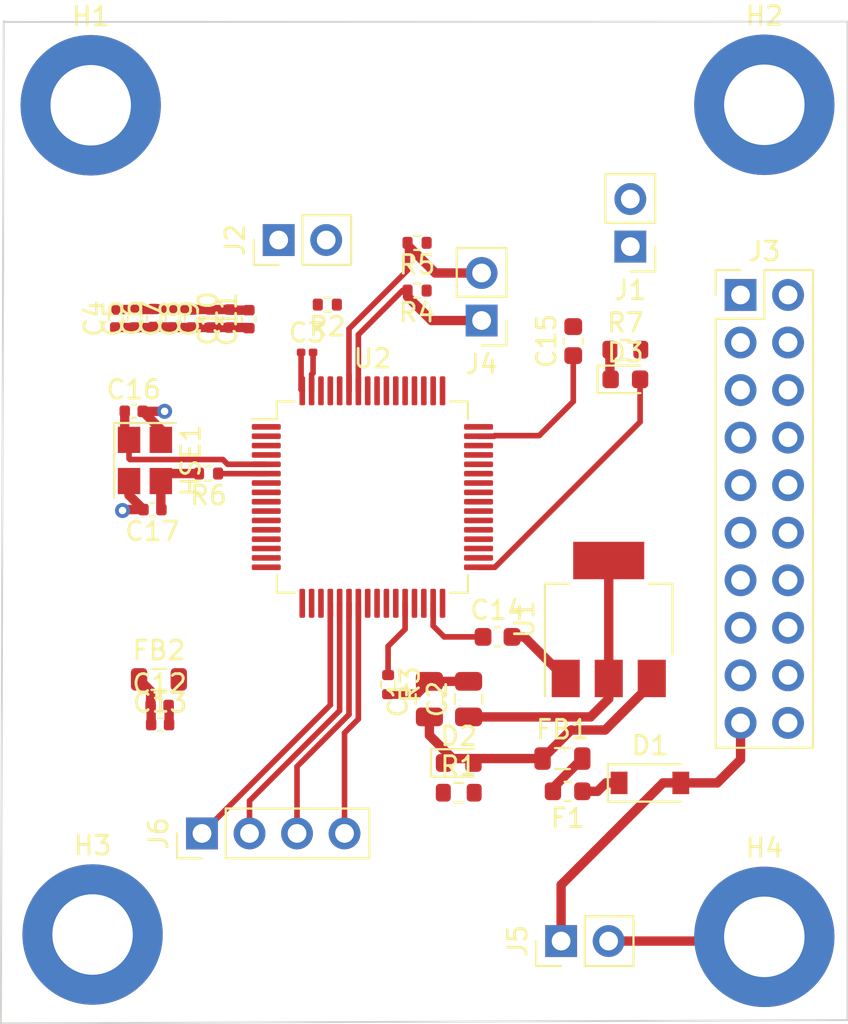
<source format=kicad_pcb>
(kicad_pcb (version 20171130) (host pcbnew "(5.1.9)-1")

  (general
    (thickness 1.6)
    (drawings 4)
    (tracks 125)
    (zones 0)
    (modules 43)
    (nets 71)
  )

  (page A4)
  (layers
    (0 F.Cu signal)
    (1 In1.Cu power)
    (2 In2.Cu power)
    (31 B.Cu signal)
    (32 B.Adhes user)
    (33 F.Adhes user)
    (34 B.Paste user)
    (35 F.Paste user)
    (36 B.SilkS user)
    (37 F.SilkS user)
    (38 B.Mask user)
    (39 F.Mask user)
    (40 Dwgs.User user)
    (41 Cmts.User user)
    (42 Eco1.User user)
    (43 Eco2.User user)
    (44 Edge.Cuts user)
    (45 Margin user)
    (46 B.CrtYd user)
    (47 F.CrtYd user)
    (48 B.Fab user hide)
    (49 F.Fab user hide)
  )

  (setup
    (last_trace_width 0.5)
    (user_trace_width 0.3)
    (user_trace_width 0.4)
    (user_trace_width 0.5)
    (user_trace_width 1)
    (trace_clearance 0.2)
    (zone_clearance 0.508)
    (zone_45_only no)
    (trace_min 0.2)
    (via_size 0.8)
    (via_drill 0.4)
    (via_min_size 0.4)
    (via_min_drill 0.3)
    (user_via 1 0.8)
    (uvia_size 0.3)
    (uvia_drill 0.1)
    (uvias_allowed no)
    (uvia_min_size 0.2)
    (uvia_min_drill 0.1)
    (edge_width 0.1)
    (segment_width 0.2)
    (pcb_text_width 0.3)
    (pcb_text_size 1.5 1.5)
    (mod_edge_width 0.15)
    (mod_text_size 1 1)
    (mod_text_width 0.15)
    (pad_size 1.524 1.524)
    (pad_drill 0.762)
    (pad_to_mask_clearance 0)
    (aux_axis_origin 0 0)
    (visible_elements FFFFFF7F)
    (pcbplotparams
      (layerselection 0x010fc_ffffffff)
      (usegerberextensions false)
      (usegerberattributes true)
      (usegerberadvancedattributes true)
      (creategerberjobfile true)
      (excludeedgelayer true)
      (linewidth 0.100000)
      (plotframeref false)
      (viasonmask false)
      (mode 1)
      (useauxorigin false)
      (hpglpennumber 1)
      (hpglpenspeed 20)
      (hpglpendiameter 15.000000)
      (psnegative false)
      (psa4output false)
      (plotreference true)
      (plotvalue true)
      (plotinvisibletext false)
      (padsonsilk false)
      (subtractmaskfromsilk false)
      (outputformat 1)
      (mirror false)
      (drillshape 1)
      (scaleselection 1)
      (outputdirectory ""))
  )

  (net 0 "")
  (net 1 "Net-(C1-Pad1)")
  (net 2 GND)
  (net 3 +3V3)
  (net 4 +3.3VA)
  (net 5 "Net-(C14-Pad1)")
  (net 6 "Net-(C15-Pad1)")
  (net 7 HSE_IN)
  (net 8 "Net-(C17-Pad1)")
  (net 9 "Net-(D1-Pad1)")
  (net 10 VCC)
  (net 11 "Net-(D2-Pad1)")
  (net 12 "Net-(D3-Pad2)")
  (net 13 "Net-(D3-Pad1)")
  (net 14 "Net-(F1-Pad2)")
  (net 15 USART1_TX)
  (net 16 USART1_RX)
  (net 17 "Net-(J3-Pad2)")
  (net 18 "Net-(J3-Pad3)")
  (net 19 "Net-(J3-Pad5)")
  (net 20 SWDIO)
  (net 21 SWCLK)
  (net 22 "Net-(J3-Pad11)")
  (net 23 SWO)
  (net 24 NRST)
  (net 25 "Net-(J3-Pad17)")
  (net 26 I2C_SDA)
  (net 27 I2C_SCL)
  (net 28 SPI_CS)
  (net 29 SPI_SCK)
  (net 30 SPI_MISO)
  (net 31 SPI_MOSI)
  (net 32 PB11)
  (net 33 PB10)
  (net 34 PB9)
  (net 35 PB8)
  (net 36 PB5)
  (net 37 PB4)
  (net 38 PB1)
  (net 39 PB0)
  (net 40 PA15)
  (net 41 PA14)
  (net 42 PA13)
  (net 43 PA12)
  (net 44 PA11)
  (net 45 PA8)
  (net 46 PA3)
  (net 47 PA2)
  (net 48 PA1)
  (net 49 PA0)
  (net 50 PB15)
  (net 51 PC0)
  (net 52 PC1)
  (net 53 PC2)
  (net 54 PC3)
  (net 55 PC4)
  (net 56 PC5)
  (net 57 PC6)
  (net 58 PC7)
  (net 59 PC8)
  (net 60 PC9)
  (net 61 PC10)
  (net 62 PC11)
  (net 63 PC12)
  (net 64 PC13)
  (net 65 PC14)
  (net 66 PC15)
  (net 67 PD2)
  (net 68 BOOT0)
  (net 69 BOOT1)
  (net 70 HSE_OUT)

  (net_class Default "This is the default net class."
    (clearance 0.2)
    (trace_width 0.25)
    (via_dia 0.8)
    (via_drill 0.4)
    (uvia_dia 0.3)
    (uvia_drill 0.1)
    (add_net +3.3VA)
    (add_net +3V3)
    (add_net BOOT0)
    (add_net BOOT1)
    (add_net GND)
    (add_net HSE_IN)
    (add_net HSE_OUT)
    (add_net I2C_SCL)
    (add_net I2C_SDA)
    (add_net NRST)
    (add_net "Net-(C1-Pad1)")
    (add_net "Net-(C14-Pad1)")
    (add_net "Net-(C15-Pad1)")
    (add_net "Net-(C17-Pad1)")
    (add_net "Net-(D1-Pad1)")
    (add_net "Net-(D2-Pad1)")
    (add_net "Net-(D3-Pad1)")
    (add_net "Net-(D3-Pad2)")
    (add_net "Net-(F1-Pad2)")
    (add_net "Net-(J3-Pad11)")
    (add_net "Net-(J3-Pad17)")
    (add_net "Net-(J3-Pad2)")
    (add_net "Net-(J3-Pad3)")
    (add_net "Net-(J3-Pad5)")
    (add_net PA0)
    (add_net PA1)
    (add_net PA11)
    (add_net PA12)
    (add_net PA13)
    (add_net PA14)
    (add_net PA15)
    (add_net PA2)
    (add_net PA3)
    (add_net PA8)
    (add_net PB0)
    (add_net PB1)
    (add_net PB10)
    (add_net PB11)
    (add_net PB15)
    (add_net PB4)
    (add_net PB5)
    (add_net PB8)
    (add_net PB9)
    (add_net PC0)
    (add_net PC1)
    (add_net PC10)
    (add_net PC11)
    (add_net PC12)
    (add_net PC13)
    (add_net PC14)
    (add_net PC15)
    (add_net PC2)
    (add_net PC3)
    (add_net PC4)
    (add_net PC5)
    (add_net PC6)
    (add_net PC7)
    (add_net PC8)
    (add_net PC9)
    (add_net PD2)
    (add_net SPI_CS)
    (add_net SPI_MISO)
    (add_net SPI_MOSI)
    (add_net SPI_SCK)
    (add_net SWCLK)
    (add_net SWDIO)
    (add_net SWO)
    (add_net USART1_RX)
    (add_net USART1_TX)
    (add_net VCC)
  )

  (module Capacitor_SMD:C_0805_2012Metric (layer F.Cu) (tedit 5F68FEEE) (tstamp 600BA56F)
    (at 76.708 142.875 90)
    (descr "Capacitor SMD 0805 (2012 Metric), square (rectangular) end terminal, IPC_7351 nominal, (Body size source: IPC-SM-782 page 76, https://www.pcb-3d.com/wordpress/wp-content/uploads/ipc-sm-782a_amendment_1_and_2.pdf, https://docs.google.com/spreadsheets/d/1BsfQQcO9C6DZCsRaXUlFlo91Tg2WpOkGARC1WS5S8t0/edit?usp=sharing), generated with kicad-footprint-generator")
    (tags capacitor)
    (path /600CCD25)
    (attr smd)
    (fp_text reference C1 (at 0 -1.68 90) (layer F.SilkS)
      (effects (font (size 1 1) (thickness 0.15)))
    )
    (fp_text value 10uf (at 0 1.68 90) (layer F.Fab)
      (effects (font (size 1 1) (thickness 0.15)))
    )
    (fp_line (start 1.7 0.98) (end -1.7 0.98) (layer F.CrtYd) (width 0.05))
    (fp_line (start 1.7 -0.98) (end 1.7 0.98) (layer F.CrtYd) (width 0.05))
    (fp_line (start -1.7 -0.98) (end 1.7 -0.98) (layer F.CrtYd) (width 0.05))
    (fp_line (start -1.7 0.98) (end -1.7 -0.98) (layer F.CrtYd) (width 0.05))
    (fp_line (start -0.261252 0.735) (end 0.261252 0.735) (layer F.SilkS) (width 0.12))
    (fp_line (start -0.261252 -0.735) (end 0.261252 -0.735) (layer F.SilkS) (width 0.12))
    (fp_line (start 1 0.625) (end -1 0.625) (layer F.Fab) (width 0.1))
    (fp_line (start 1 -0.625) (end 1 0.625) (layer F.Fab) (width 0.1))
    (fp_line (start -1 -0.625) (end 1 -0.625) (layer F.Fab) (width 0.1))
    (fp_line (start -1 0.625) (end -1 -0.625) (layer F.Fab) (width 0.1))
    (fp_text user %R (at 0 0 90) (layer F.Fab)
      (effects (font (size 0.5 0.5) (thickness 0.08)))
    )
    (pad 1 smd roundrect (at -0.95 0 90) (size 1 1.45) (layers F.Cu F.Paste F.Mask) (roundrect_rratio 0.25)
      (net 1 "Net-(C1-Pad1)"))
    (pad 2 smd roundrect (at 0.95 0 90) (size 1 1.45) (layers F.Cu F.Paste F.Mask) (roundrect_rratio 0.25)
      (net 2 GND))
    (model ${KISYS3DMOD}/Capacitor_SMD.3dshapes/C_0805_2012Metric.wrl
      (at (xyz 0 0 0))
      (scale (xyz 1 1 1))
      (rotate (xyz 0 0 0))
    )
  )

  (module Capacitor_SMD:C_0805_2012Metric (layer F.Cu) (tedit 5F68FEEE) (tstamp 600BA580)
    (at 78.8035 142.875 90)
    (descr "Capacitor SMD 0805 (2012 Metric), square (rectangular) end terminal, IPC_7351 nominal, (Body size source: IPC-SM-782 page 76, https://www.pcb-3d.com/wordpress/wp-content/uploads/ipc-sm-782a_amendment_1_and_2.pdf, https://docs.google.com/spreadsheets/d/1BsfQQcO9C6DZCsRaXUlFlo91Tg2WpOkGARC1WS5S8t0/edit?usp=sharing), generated with kicad-footprint-generator")
    (tags capacitor)
    (path /600D0BBE)
    (attr smd)
    (fp_text reference C2 (at 0 -1.68 90) (layer F.SilkS)
      (effects (font (size 1 1) (thickness 0.15)))
    )
    (fp_text value 10uf (at 0 1.68 90) (layer F.Fab)
      (effects (font (size 1 1) (thickness 0.15)))
    )
    (fp_text user %R (at 0 0 90) (layer F.Fab)
      (effects (font (size 0.5 0.5) (thickness 0.08)))
    )
    (fp_line (start -1 0.625) (end -1 -0.625) (layer F.Fab) (width 0.1))
    (fp_line (start -1 -0.625) (end 1 -0.625) (layer F.Fab) (width 0.1))
    (fp_line (start 1 -0.625) (end 1 0.625) (layer F.Fab) (width 0.1))
    (fp_line (start 1 0.625) (end -1 0.625) (layer F.Fab) (width 0.1))
    (fp_line (start -0.261252 -0.735) (end 0.261252 -0.735) (layer F.SilkS) (width 0.12))
    (fp_line (start -0.261252 0.735) (end 0.261252 0.735) (layer F.SilkS) (width 0.12))
    (fp_line (start -1.7 0.98) (end -1.7 -0.98) (layer F.CrtYd) (width 0.05))
    (fp_line (start -1.7 -0.98) (end 1.7 -0.98) (layer F.CrtYd) (width 0.05))
    (fp_line (start 1.7 -0.98) (end 1.7 0.98) (layer F.CrtYd) (width 0.05))
    (fp_line (start 1.7 0.98) (end -1.7 0.98) (layer F.CrtYd) (width 0.05))
    (pad 2 smd roundrect (at 0.95 0 90) (size 1 1.45) (layers F.Cu F.Paste F.Mask) (roundrect_rratio 0.25)
      (net 2 GND))
    (pad 1 smd roundrect (at -0.95 0 90) (size 1 1.45) (layers F.Cu F.Paste F.Mask) (roundrect_rratio 0.25)
      (net 3 +3V3))
    (model ${KISYS3DMOD}/Capacitor_SMD.3dshapes/C_0805_2012Metric.wrl
      (at (xyz 0 0 0))
      (scale (xyz 1 1 1))
      (rotate (xyz 0 0 0))
    )
  )

  (module Capacitor_SMD:C_0201_0603Metric (layer F.Cu) (tedit 5F68FEEE) (tstamp 600BA591)
    (at 70.1675 124.35)
    (descr "Capacitor SMD 0201 (0603 Metric), square (rectangular) end terminal, IPC_7351 nominal, (Body size source: https://www.vishay.com/docs/20052/crcw0201e3.pdf), generated with kicad-footprint-generator")
    (tags capacitor)
    (path /6011D5F1)
    (attr smd)
    (fp_text reference C3 (at 0 -1.05) (layer F.SilkS)
      (effects (font (size 1 1) (thickness 0.15)))
    )
    (fp_text value 10uf (at 0 1.05) (layer F.Fab)
      (effects (font (size 1 1) (thickness 0.15)))
    )
    (fp_line (start 0.7 0.35) (end -0.7 0.35) (layer F.CrtYd) (width 0.05))
    (fp_line (start 0.7 -0.35) (end 0.7 0.35) (layer F.CrtYd) (width 0.05))
    (fp_line (start -0.7 -0.35) (end 0.7 -0.35) (layer F.CrtYd) (width 0.05))
    (fp_line (start -0.7 0.35) (end -0.7 -0.35) (layer F.CrtYd) (width 0.05))
    (fp_line (start 0.3 0.15) (end -0.3 0.15) (layer F.Fab) (width 0.1))
    (fp_line (start 0.3 -0.15) (end 0.3 0.15) (layer F.Fab) (width 0.1))
    (fp_line (start -0.3 -0.15) (end 0.3 -0.15) (layer F.Fab) (width 0.1))
    (fp_line (start -0.3 0.15) (end -0.3 -0.15) (layer F.Fab) (width 0.1))
    (fp_text user %R (at 0 -0.68) (layer F.Fab)
      (effects (font (size 0.25 0.25) (thickness 0.04)))
    )
    (pad "" smd roundrect (at -0.345 0) (size 0.318 0.36) (layers F.Paste) (roundrect_rratio 0.25))
    (pad "" smd roundrect (at 0.345 0) (size 0.318 0.36) (layers F.Paste) (roundrect_rratio 0.25))
    (pad 1 smd roundrect (at -0.32 0) (size 0.46 0.4) (layers F.Cu F.Mask) (roundrect_rratio 0.25)
      (net 3 +3V3))
    (pad 2 smd roundrect (at 0.32 0) (size 0.46 0.4) (layers F.Cu F.Mask) (roundrect_rratio 0.25)
      (net 2 GND))
    (model ${KISYS3DMOD}/Capacitor_SMD.3dshapes/C_0201_0603Metric.wrl
      (at (xyz 0 0 0))
      (scale (xyz 1 1 1))
      (rotate (xyz 0 0 0))
    )
  )

  (module Capacitor_SMD:C_0402_1005Metric (layer F.Cu) (tedit 5F68FEEE) (tstamp 600BA5A2)
    (at 59.941 122.5415 90)
    (descr "Capacitor SMD 0402 (1005 Metric), square (rectangular) end terminal, IPC_7351 nominal, (Body size source: IPC-SM-782 page 76, https://www.pcb-3d.com/wordpress/wp-content/uploads/ipc-sm-782a_amendment_1_and_2.pdf), generated with kicad-footprint-generator")
    (tags capacitor)
    (path /60119112)
    (attr smd)
    (fp_text reference C4 (at 0 -1.16 90) (layer F.SilkS)
      (effects (font (size 1 1) (thickness 0.15)))
    )
    (fp_text value 100nf (at 0 1.16 90) (layer F.Fab)
      (effects (font (size 1 1) (thickness 0.15)))
    )
    (fp_line (start 0.91 0.46) (end -0.91 0.46) (layer F.CrtYd) (width 0.05))
    (fp_line (start 0.91 -0.46) (end 0.91 0.46) (layer F.CrtYd) (width 0.05))
    (fp_line (start -0.91 -0.46) (end 0.91 -0.46) (layer F.CrtYd) (width 0.05))
    (fp_line (start -0.91 0.46) (end -0.91 -0.46) (layer F.CrtYd) (width 0.05))
    (fp_line (start -0.107836 0.36) (end 0.107836 0.36) (layer F.SilkS) (width 0.12))
    (fp_line (start -0.107836 -0.36) (end 0.107836 -0.36) (layer F.SilkS) (width 0.12))
    (fp_line (start 0.5 0.25) (end -0.5 0.25) (layer F.Fab) (width 0.1))
    (fp_line (start 0.5 -0.25) (end 0.5 0.25) (layer F.Fab) (width 0.1))
    (fp_line (start -0.5 -0.25) (end 0.5 -0.25) (layer F.Fab) (width 0.1))
    (fp_line (start -0.5 0.25) (end -0.5 -0.25) (layer F.Fab) (width 0.1))
    (fp_text user %R (at 0 0 90) (layer F.Fab)
      (effects (font (size 0.25 0.25) (thickness 0.04)))
    )
    (pad 1 smd roundrect (at -0.48 0 90) (size 0.56 0.62) (layers F.Cu F.Paste F.Mask) (roundrect_rratio 0.25)
      (net 3 +3V3))
    (pad 2 smd roundrect (at 0.48 0 90) (size 0.56 0.62) (layers F.Cu F.Paste F.Mask) (roundrect_rratio 0.25)
      (net 2 GND))
    (model ${KISYS3DMOD}/Capacitor_SMD.3dshapes/C_0402_1005Metric.wrl
      (at (xyz 0 0 0))
      (scale (xyz 1 1 1))
      (rotate (xyz 0 0 0))
    )
  )

  (module Capacitor_SMD:C_0402_1005Metric (layer F.Cu) (tedit 5F68FEEE) (tstamp 600BA5B3)
    (at 60.957 122.5415 90)
    (descr "Capacitor SMD 0402 (1005 Metric), square (rectangular) end terminal, IPC_7351 nominal, (Body size source: IPC-SM-782 page 76, https://www.pcb-3d.com/wordpress/wp-content/uploads/ipc-sm-782a_amendment_1_and_2.pdf), generated with kicad-footprint-generator")
    (tags capacitor)
    (path /60116FEC)
    (attr smd)
    (fp_text reference C5 (at 0 -1.16 90) (layer F.SilkS)
      (effects (font (size 1 1) (thickness 0.15)))
    )
    (fp_text value 100nf (at 0 1.16 90) (layer F.Fab)
      (effects (font (size 1 1) (thickness 0.15)))
    )
    (fp_line (start 0.91 0.46) (end -0.91 0.46) (layer F.CrtYd) (width 0.05))
    (fp_line (start 0.91 -0.46) (end 0.91 0.46) (layer F.CrtYd) (width 0.05))
    (fp_line (start -0.91 -0.46) (end 0.91 -0.46) (layer F.CrtYd) (width 0.05))
    (fp_line (start -0.91 0.46) (end -0.91 -0.46) (layer F.CrtYd) (width 0.05))
    (fp_line (start -0.107836 0.36) (end 0.107836 0.36) (layer F.SilkS) (width 0.12))
    (fp_line (start -0.107836 -0.36) (end 0.107836 -0.36) (layer F.SilkS) (width 0.12))
    (fp_line (start 0.5 0.25) (end -0.5 0.25) (layer F.Fab) (width 0.1))
    (fp_line (start 0.5 -0.25) (end 0.5 0.25) (layer F.Fab) (width 0.1))
    (fp_line (start -0.5 -0.25) (end 0.5 -0.25) (layer F.Fab) (width 0.1))
    (fp_line (start -0.5 0.25) (end -0.5 -0.25) (layer F.Fab) (width 0.1))
    (fp_text user %R (at 0 0 90) (layer F.Fab)
      (effects (font (size 0.25 0.25) (thickness 0.04)))
    )
    (pad 1 smd roundrect (at -0.48 0 90) (size 0.56 0.62) (layers F.Cu F.Paste F.Mask) (roundrect_rratio 0.25)
      (net 3 +3V3))
    (pad 2 smd roundrect (at 0.48 0 90) (size 0.56 0.62) (layers F.Cu F.Paste F.Mask) (roundrect_rratio 0.25)
      (net 2 GND))
    (model ${KISYS3DMOD}/Capacitor_SMD.3dshapes/C_0402_1005Metric.wrl
      (at (xyz 0 0 0))
      (scale (xyz 1 1 1))
      (rotate (xyz 0 0 0))
    )
  )

  (module Capacitor_SMD:C_0402_1005Metric (layer F.Cu) (tedit 5F68FEEE) (tstamp 600BA5C4)
    (at 61.973 122.5135 90)
    (descr "Capacitor SMD 0402 (1005 Metric), square (rectangular) end terminal, IPC_7351 nominal, (Body size source: IPC-SM-782 page 76, https://www.pcb-3d.com/wordpress/wp-content/uploads/ipc-sm-782a_amendment_1_and_2.pdf), generated with kicad-footprint-generator")
    (tags capacitor)
    (path /601173C5)
    (attr smd)
    (fp_text reference C6 (at 0 -1.16 90) (layer F.SilkS)
      (effects (font (size 1 1) (thickness 0.15)))
    )
    (fp_text value 100nf (at 0 1.16 90) (layer F.Fab)
      (effects (font (size 1 1) (thickness 0.15)))
    )
    (fp_text user %R (at 0 0 90) (layer F.Fab)
      (effects (font (size 0.25 0.25) (thickness 0.04)))
    )
    (fp_line (start -0.5 0.25) (end -0.5 -0.25) (layer F.Fab) (width 0.1))
    (fp_line (start -0.5 -0.25) (end 0.5 -0.25) (layer F.Fab) (width 0.1))
    (fp_line (start 0.5 -0.25) (end 0.5 0.25) (layer F.Fab) (width 0.1))
    (fp_line (start 0.5 0.25) (end -0.5 0.25) (layer F.Fab) (width 0.1))
    (fp_line (start -0.107836 -0.36) (end 0.107836 -0.36) (layer F.SilkS) (width 0.12))
    (fp_line (start -0.107836 0.36) (end 0.107836 0.36) (layer F.SilkS) (width 0.12))
    (fp_line (start -0.91 0.46) (end -0.91 -0.46) (layer F.CrtYd) (width 0.05))
    (fp_line (start -0.91 -0.46) (end 0.91 -0.46) (layer F.CrtYd) (width 0.05))
    (fp_line (start 0.91 -0.46) (end 0.91 0.46) (layer F.CrtYd) (width 0.05))
    (fp_line (start 0.91 0.46) (end -0.91 0.46) (layer F.CrtYd) (width 0.05))
    (pad 2 smd roundrect (at 0.48 0 90) (size 0.56 0.62) (layers F.Cu F.Paste F.Mask) (roundrect_rratio 0.25)
      (net 2 GND))
    (pad 1 smd roundrect (at -0.48 0 90) (size 0.56 0.62) (layers F.Cu F.Paste F.Mask) (roundrect_rratio 0.25)
      (net 3 +3V3))
    (model ${KISYS3DMOD}/Capacitor_SMD.3dshapes/C_0402_1005Metric.wrl
      (at (xyz 0 0 0))
      (scale (xyz 1 1 1))
      (rotate (xyz 0 0 0))
    )
  )

  (module Capacitor_SMD:C_0402_1005Metric (layer F.Cu) (tedit 5F68FEEE) (tstamp 600BA5D5)
    (at 62.989 122.5415 90)
    (descr "Capacitor SMD 0402 (1005 Metric), square (rectangular) end terminal, IPC_7351 nominal, (Body size source: IPC-SM-782 page 76, https://www.pcb-3d.com/wordpress/wp-content/uploads/ipc-sm-782a_amendment_1_and_2.pdf), generated with kicad-footprint-generator")
    (tags capacitor)
    (path /6011878E)
    (attr smd)
    (fp_text reference C7 (at 0 -1.16 90) (layer F.SilkS)
      (effects (font (size 1 1) (thickness 0.15)))
    )
    (fp_text value 100nf (at 0 1.16 90) (layer F.Fab)
      (effects (font (size 1 1) (thickness 0.15)))
    )
    (fp_text user %R (at 0 0 90) (layer F.Fab)
      (effects (font (size 0.25 0.25) (thickness 0.04)))
    )
    (fp_line (start -0.5 0.25) (end -0.5 -0.25) (layer F.Fab) (width 0.1))
    (fp_line (start -0.5 -0.25) (end 0.5 -0.25) (layer F.Fab) (width 0.1))
    (fp_line (start 0.5 -0.25) (end 0.5 0.25) (layer F.Fab) (width 0.1))
    (fp_line (start 0.5 0.25) (end -0.5 0.25) (layer F.Fab) (width 0.1))
    (fp_line (start -0.107836 -0.36) (end 0.107836 -0.36) (layer F.SilkS) (width 0.12))
    (fp_line (start -0.107836 0.36) (end 0.107836 0.36) (layer F.SilkS) (width 0.12))
    (fp_line (start -0.91 0.46) (end -0.91 -0.46) (layer F.CrtYd) (width 0.05))
    (fp_line (start -0.91 -0.46) (end 0.91 -0.46) (layer F.CrtYd) (width 0.05))
    (fp_line (start 0.91 -0.46) (end 0.91 0.46) (layer F.CrtYd) (width 0.05))
    (fp_line (start 0.91 0.46) (end -0.91 0.46) (layer F.CrtYd) (width 0.05))
    (pad 2 smd roundrect (at 0.48 0 90) (size 0.56 0.62) (layers F.Cu F.Paste F.Mask) (roundrect_rratio 0.25)
      (net 2 GND))
    (pad 1 smd roundrect (at -0.48 0 90) (size 0.56 0.62) (layers F.Cu F.Paste F.Mask) (roundrect_rratio 0.25)
      (net 3 +3V3))
    (model ${KISYS3DMOD}/Capacitor_SMD.3dshapes/C_0402_1005Metric.wrl
      (at (xyz 0 0 0))
      (scale (xyz 1 1 1))
      (rotate (xyz 0 0 0))
    )
  )

  (module Capacitor_SMD:C_0402_1005Metric (layer F.Cu) (tedit 5F68FEEE) (tstamp 600BA5E6)
    (at 64.005 122.5415 90)
    (descr "Capacitor SMD 0402 (1005 Metric), square (rectangular) end terminal, IPC_7351 nominal, (Body size source: IPC-SM-782 page 76, https://www.pcb-3d.com/wordpress/wp-content/uploads/ipc-sm-782a_amendment_1_and_2.pdf), generated with kicad-footprint-generator")
    (tags capacitor)
    (path /60118A0B)
    (attr smd)
    (fp_text reference C8 (at 0 -1.16 90) (layer F.SilkS)
      (effects (font (size 1 1) (thickness 0.15)))
    )
    (fp_text value 100nf (at 0 1.16 90) (layer F.Fab)
      (effects (font (size 1 1) (thickness 0.15)))
    )
    (fp_line (start 0.91 0.46) (end -0.91 0.46) (layer F.CrtYd) (width 0.05))
    (fp_line (start 0.91 -0.46) (end 0.91 0.46) (layer F.CrtYd) (width 0.05))
    (fp_line (start -0.91 -0.46) (end 0.91 -0.46) (layer F.CrtYd) (width 0.05))
    (fp_line (start -0.91 0.46) (end -0.91 -0.46) (layer F.CrtYd) (width 0.05))
    (fp_line (start -0.107836 0.36) (end 0.107836 0.36) (layer F.SilkS) (width 0.12))
    (fp_line (start -0.107836 -0.36) (end 0.107836 -0.36) (layer F.SilkS) (width 0.12))
    (fp_line (start 0.5 0.25) (end -0.5 0.25) (layer F.Fab) (width 0.1))
    (fp_line (start 0.5 -0.25) (end 0.5 0.25) (layer F.Fab) (width 0.1))
    (fp_line (start -0.5 -0.25) (end 0.5 -0.25) (layer F.Fab) (width 0.1))
    (fp_line (start -0.5 0.25) (end -0.5 -0.25) (layer F.Fab) (width 0.1))
    (fp_text user %R (at 0 0 90) (layer F.Fab)
      (effects (font (size 0.25 0.25) (thickness 0.04)))
    )
    (pad 1 smd roundrect (at -0.48 0 90) (size 0.56 0.62) (layers F.Cu F.Paste F.Mask) (roundrect_rratio 0.25)
      (net 3 +3V3))
    (pad 2 smd roundrect (at 0.48 0 90) (size 0.56 0.62) (layers F.Cu F.Paste F.Mask) (roundrect_rratio 0.25)
      (net 2 GND))
    (model ${KISYS3DMOD}/Capacitor_SMD.3dshapes/C_0402_1005Metric.wrl
      (at (xyz 0 0 0))
      (scale (xyz 1 1 1))
      (rotate (xyz 0 0 0))
    )
  )

  (module Capacitor_SMD:C_0402_1005Metric (layer F.Cu) (tedit 5F68FEEE) (tstamp 600BA5F7)
    (at 65.021 122.5415 90)
    (descr "Capacitor SMD 0402 (1005 Metric), square (rectangular) end terminal, IPC_7351 nominal, (Body size source: IPC-SM-782 page 76, https://www.pcb-3d.com/wordpress/wp-content/uploads/ipc-sm-782a_amendment_1_and_2.pdf), generated with kicad-footprint-generator")
    (tags capacitor)
    (path /60118C2A)
    (attr smd)
    (fp_text reference C9 (at 0 -1.16 90) (layer F.SilkS)
      (effects (font (size 1 1) (thickness 0.15)))
    )
    (fp_text value 100nf (at 0 1.16 90) (layer F.Fab)
      (effects (font (size 1 1) (thickness 0.15)))
    )
    (fp_line (start 0.91 0.46) (end -0.91 0.46) (layer F.CrtYd) (width 0.05))
    (fp_line (start 0.91 -0.46) (end 0.91 0.46) (layer F.CrtYd) (width 0.05))
    (fp_line (start -0.91 -0.46) (end 0.91 -0.46) (layer F.CrtYd) (width 0.05))
    (fp_line (start -0.91 0.46) (end -0.91 -0.46) (layer F.CrtYd) (width 0.05))
    (fp_line (start -0.107836 0.36) (end 0.107836 0.36) (layer F.SilkS) (width 0.12))
    (fp_line (start -0.107836 -0.36) (end 0.107836 -0.36) (layer F.SilkS) (width 0.12))
    (fp_line (start 0.5 0.25) (end -0.5 0.25) (layer F.Fab) (width 0.1))
    (fp_line (start 0.5 -0.25) (end 0.5 0.25) (layer F.Fab) (width 0.1))
    (fp_line (start -0.5 -0.25) (end 0.5 -0.25) (layer F.Fab) (width 0.1))
    (fp_line (start -0.5 0.25) (end -0.5 -0.25) (layer F.Fab) (width 0.1))
    (fp_text user %R (at 0 0 90) (layer F.Fab)
      (effects (font (size 0.25 0.25) (thickness 0.04)))
    )
    (pad 1 smd roundrect (at -0.48 0 90) (size 0.56 0.62) (layers F.Cu F.Paste F.Mask) (roundrect_rratio 0.25)
      (net 3 +3V3))
    (pad 2 smd roundrect (at 0.48 0 90) (size 0.56 0.62) (layers F.Cu F.Paste F.Mask) (roundrect_rratio 0.25)
      (net 2 GND))
    (model ${KISYS3DMOD}/Capacitor_SMD.3dshapes/C_0402_1005Metric.wrl
      (at (xyz 0 0 0))
      (scale (xyz 1 1 1))
      (rotate (xyz 0 0 0))
    )
  )

  (module Capacitor_SMD:C_0402_1005Metric (layer F.Cu) (tedit 5F68FEEE) (tstamp 600BA608)
    (at 66.037 122.5415 90)
    (descr "Capacitor SMD 0402 (1005 Metric), square (rectangular) end terminal, IPC_7351 nominal, (Body size source: IPC-SM-782 page 76, https://www.pcb-3d.com/wordpress/wp-content/uploads/ipc-sm-782a_amendment_1_and_2.pdf), generated with kicad-footprint-generator")
    (tags capacitor)
    (path /60118E88)
    (attr smd)
    (fp_text reference C10 (at 0 -1.16 90) (layer F.SilkS)
      (effects (font (size 1 1) (thickness 0.15)))
    )
    (fp_text value 100nf (at 0 1.16 90) (layer F.Fab)
      (effects (font (size 1 1) (thickness 0.15)))
    )
    (fp_text user %R (at 0 0 90) (layer F.Fab)
      (effects (font (size 0.25 0.25) (thickness 0.04)))
    )
    (fp_line (start -0.5 0.25) (end -0.5 -0.25) (layer F.Fab) (width 0.1))
    (fp_line (start -0.5 -0.25) (end 0.5 -0.25) (layer F.Fab) (width 0.1))
    (fp_line (start 0.5 -0.25) (end 0.5 0.25) (layer F.Fab) (width 0.1))
    (fp_line (start 0.5 0.25) (end -0.5 0.25) (layer F.Fab) (width 0.1))
    (fp_line (start -0.107836 -0.36) (end 0.107836 -0.36) (layer F.SilkS) (width 0.12))
    (fp_line (start -0.107836 0.36) (end 0.107836 0.36) (layer F.SilkS) (width 0.12))
    (fp_line (start -0.91 0.46) (end -0.91 -0.46) (layer F.CrtYd) (width 0.05))
    (fp_line (start -0.91 -0.46) (end 0.91 -0.46) (layer F.CrtYd) (width 0.05))
    (fp_line (start 0.91 -0.46) (end 0.91 0.46) (layer F.CrtYd) (width 0.05))
    (fp_line (start 0.91 0.46) (end -0.91 0.46) (layer F.CrtYd) (width 0.05))
    (pad 2 smd roundrect (at 0.48 0 90) (size 0.56 0.62) (layers F.Cu F.Paste F.Mask) (roundrect_rratio 0.25)
      (net 2 GND))
    (pad 1 smd roundrect (at -0.48 0 90) (size 0.56 0.62) (layers F.Cu F.Paste F.Mask) (roundrect_rratio 0.25)
      (net 3 +3V3))
    (model ${KISYS3DMOD}/Capacitor_SMD.3dshapes/C_0402_1005Metric.wrl
      (at (xyz 0 0 0))
      (scale (xyz 1 1 1))
      (rotate (xyz 0 0 0))
    )
  )

  (module Capacitor_SMD:C_0402_1005Metric (layer F.Cu) (tedit 5F68FEEE) (tstamp 600BA619)
    (at 67.053 122.577 90)
    (descr "Capacitor SMD 0402 (1005 Metric), square (rectangular) end terminal, IPC_7351 nominal, (Body size source: IPC-SM-782 page 76, https://www.pcb-3d.com/wordpress/wp-content/uploads/ipc-sm-782a_amendment_1_and_2.pdf), generated with kicad-footprint-generator")
    (tags capacitor)
    (path /601192A4)
    (attr smd)
    (fp_text reference C11 (at 0 -1.16 90) (layer F.SilkS)
      (effects (font (size 1 1) (thickness 0.15)))
    )
    (fp_text value 100nf (at 0 1.16 90) (layer F.Fab)
      (effects (font (size 1 1) (thickness 0.15)))
    )
    (fp_text user %R (at 0 0 90) (layer F.Fab)
      (effects (font (size 0.25 0.25) (thickness 0.04)))
    )
    (fp_line (start -0.5 0.25) (end -0.5 -0.25) (layer F.Fab) (width 0.1))
    (fp_line (start -0.5 -0.25) (end 0.5 -0.25) (layer F.Fab) (width 0.1))
    (fp_line (start 0.5 -0.25) (end 0.5 0.25) (layer F.Fab) (width 0.1))
    (fp_line (start 0.5 0.25) (end -0.5 0.25) (layer F.Fab) (width 0.1))
    (fp_line (start -0.107836 -0.36) (end 0.107836 -0.36) (layer F.SilkS) (width 0.12))
    (fp_line (start -0.107836 0.36) (end 0.107836 0.36) (layer F.SilkS) (width 0.12))
    (fp_line (start -0.91 0.46) (end -0.91 -0.46) (layer F.CrtYd) (width 0.05))
    (fp_line (start -0.91 -0.46) (end 0.91 -0.46) (layer F.CrtYd) (width 0.05))
    (fp_line (start 0.91 -0.46) (end 0.91 0.46) (layer F.CrtYd) (width 0.05))
    (fp_line (start 0.91 0.46) (end -0.91 0.46) (layer F.CrtYd) (width 0.05))
    (pad 2 smd roundrect (at 0.48 0 90) (size 0.56 0.62) (layers F.Cu F.Paste F.Mask) (roundrect_rratio 0.25)
      (net 2 GND))
    (pad 1 smd roundrect (at -0.48 0 90) (size 0.56 0.62) (layers F.Cu F.Paste F.Mask) (roundrect_rratio 0.25)
      (net 3 +3V3))
    (model ${KISYS3DMOD}/Capacitor_SMD.3dshapes/C_0402_1005Metric.wrl
      (at (xyz 0 0 0))
      (scale (xyz 1 1 1))
      (rotate (xyz 0 0 0))
    )
  )

  (module Capacitor_SMD:C_0402_1005Metric (layer F.Cu) (tedit 5F68FEEE) (tstamp 600BA62A)
    (at 62.2835 143.2165)
    (descr "Capacitor SMD 0402 (1005 Metric), square (rectangular) end terminal, IPC_7351 nominal, (Body size source: IPC-SM-782 page 76, https://www.pcb-3d.com/wordpress/wp-content/uploads/ipc-sm-782a_amendment_1_and_2.pdf), generated with kicad-footprint-generator")
    (tags capacitor)
    (path /600F35A7)
    (attr smd)
    (fp_text reference C12 (at 0 -1.16) (layer F.SilkS)
      (effects (font (size 1 1) (thickness 0.15)))
    )
    (fp_text value 100nf (at 0 1.16) (layer F.Fab)
      (effects (font (size 1 1) (thickness 0.15)))
    )
    (fp_text user %R (at 0 0) (layer F.Fab)
      (effects (font (size 0.25 0.25) (thickness 0.04)))
    )
    (fp_line (start -0.5 0.25) (end -0.5 -0.25) (layer F.Fab) (width 0.1))
    (fp_line (start -0.5 -0.25) (end 0.5 -0.25) (layer F.Fab) (width 0.1))
    (fp_line (start 0.5 -0.25) (end 0.5 0.25) (layer F.Fab) (width 0.1))
    (fp_line (start 0.5 0.25) (end -0.5 0.25) (layer F.Fab) (width 0.1))
    (fp_line (start -0.107836 -0.36) (end 0.107836 -0.36) (layer F.SilkS) (width 0.12))
    (fp_line (start -0.107836 0.36) (end 0.107836 0.36) (layer F.SilkS) (width 0.12))
    (fp_line (start -0.91 0.46) (end -0.91 -0.46) (layer F.CrtYd) (width 0.05))
    (fp_line (start -0.91 -0.46) (end 0.91 -0.46) (layer F.CrtYd) (width 0.05))
    (fp_line (start 0.91 -0.46) (end 0.91 0.46) (layer F.CrtYd) (width 0.05))
    (fp_line (start 0.91 0.46) (end -0.91 0.46) (layer F.CrtYd) (width 0.05))
    (pad 2 smd roundrect (at 0.48 0) (size 0.56 0.62) (layers F.Cu F.Paste F.Mask) (roundrect_rratio 0.25)
      (net 2 GND))
    (pad 1 smd roundrect (at -0.48 0) (size 0.56 0.62) (layers F.Cu F.Paste F.Mask) (roundrect_rratio 0.25)
      (net 4 +3.3VA))
    (model ${KISYS3DMOD}/Capacitor_SMD.3dshapes/C_0402_1005Metric.wrl
      (at (xyz 0 0 0))
      (scale (xyz 1 1 1))
      (rotate (xyz 0 0 0))
    )
  )

  (module Capacitor_SMD:C_0402_1005Metric (layer F.Cu) (tedit 5F68FEEE) (tstamp 600BA63B)
    (at 62.3115 144.2325)
    (descr "Capacitor SMD 0402 (1005 Metric), square (rectangular) end terminal, IPC_7351 nominal, (Body size source: IPC-SM-782 page 76, https://www.pcb-3d.com/wordpress/wp-content/uploads/ipc-sm-782a_amendment_1_and_2.pdf), generated with kicad-footprint-generator")
    (tags capacitor)
    (path /600F3EC6)
    (attr smd)
    (fp_text reference C13 (at 0 -1.16) (layer F.SilkS)
      (effects (font (size 1 1) (thickness 0.15)))
    )
    (fp_text value 10nf (at 0 1.16) (layer F.Fab)
      (effects (font (size 1 1) (thickness 0.15)))
    )
    (fp_line (start 0.91 0.46) (end -0.91 0.46) (layer F.CrtYd) (width 0.05))
    (fp_line (start 0.91 -0.46) (end 0.91 0.46) (layer F.CrtYd) (width 0.05))
    (fp_line (start -0.91 -0.46) (end 0.91 -0.46) (layer F.CrtYd) (width 0.05))
    (fp_line (start -0.91 0.46) (end -0.91 -0.46) (layer F.CrtYd) (width 0.05))
    (fp_line (start -0.107836 0.36) (end 0.107836 0.36) (layer F.SilkS) (width 0.12))
    (fp_line (start -0.107836 -0.36) (end 0.107836 -0.36) (layer F.SilkS) (width 0.12))
    (fp_line (start 0.5 0.25) (end -0.5 0.25) (layer F.Fab) (width 0.1))
    (fp_line (start 0.5 -0.25) (end 0.5 0.25) (layer F.Fab) (width 0.1))
    (fp_line (start -0.5 -0.25) (end 0.5 -0.25) (layer F.Fab) (width 0.1))
    (fp_line (start -0.5 0.25) (end -0.5 -0.25) (layer F.Fab) (width 0.1))
    (fp_text user %R (at 0 0) (layer F.Fab)
      (effects (font (size 0.25 0.25) (thickness 0.04)))
    )
    (pad 1 smd roundrect (at -0.48 0) (size 0.56 0.62) (layers F.Cu F.Paste F.Mask) (roundrect_rratio 0.25)
      (net 4 +3.3VA))
    (pad 2 smd roundrect (at 0.48 0) (size 0.56 0.62) (layers F.Cu F.Paste F.Mask) (roundrect_rratio 0.25)
      (net 2 GND))
    (model ${KISYS3DMOD}/Capacitor_SMD.3dshapes/C_0402_1005Metric.wrl
      (at (xyz 0 0 0))
      (scale (xyz 1 1 1))
      (rotate (xyz 0 0 0))
    )
  )

  (module Capacitor_SMD:C_0603_1608Metric (layer F.Cu) (tedit 5F68FEEE) (tstamp 600BA64C)
    (at 80.35 139.55)
    (descr "Capacitor SMD 0603 (1608 Metric), square (rectangular) end terminal, IPC_7351 nominal, (Body size source: IPC-SM-782 page 76, https://www.pcb-3d.com/wordpress/wp-content/uploads/ipc-sm-782a_amendment_1_and_2.pdf), generated with kicad-footprint-generator")
    (tags capacitor)
    (path /6013B1CE)
    (attr smd)
    (fp_text reference C14 (at 0 -1.43) (layer F.SilkS)
      (effects (font (size 1 1) (thickness 0.15)))
    )
    (fp_text value 2.2uf (at 0 1.43) (layer F.Fab)
      (effects (font (size 1 1) (thickness 0.15)))
    )
    (fp_text user %R (at 0 0) (layer F.Fab)
      (effects (font (size 0.4 0.4) (thickness 0.06)))
    )
    (fp_line (start -0.8 0.4) (end -0.8 -0.4) (layer F.Fab) (width 0.1))
    (fp_line (start -0.8 -0.4) (end 0.8 -0.4) (layer F.Fab) (width 0.1))
    (fp_line (start 0.8 -0.4) (end 0.8 0.4) (layer F.Fab) (width 0.1))
    (fp_line (start 0.8 0.4) (end -0.8 0.4) (layer F.Fab) (width 0.1))
    (fp_line (start -0.14058 -0.51) (end 0.14058 -0.51) (layer F.SilkS) (width 0.12))
    (fp_line (start -0.14058 0.51) (end 0.14058 0.51) (layer F.SilkS) (width 0.12))
    (fp_line (start -1.48 0.73) (end -1.48 -0.73) (layer F.CrtYd) (width 0.05))
    (fp_line (start -1.48 -0.73) (end 1.48 -0.73) (layer F.CrtYd) (width 0.05))
    (fp_line (start 1.48 -0.73) (end 1.48 0.73) (layer F.CrtYd) (width 0.05))
    (fp_line (start 1.48 0.73) (end -1.48 0.73) (layer F.CrtYd) (width 0.05))
    (pad 2 smd roundrect (at 0.775 0) (size 0.9 0.95) (layers F.Cu F.Paste F.Mask) (roundrect_rratio 0.25)
      (net 2 GND))
    (pad 1 smd roundrect (at -0.775 0) (size 0.9 0.95) (layers F.Cu F.Paste F.Mask) (roundrect_rratio 0.25)
      (net 5 "Net-(C14-Pad1)"))
    (model ${KISYS3DMOD}/Capacitor_SMD.3dshapes/C_0603_1608Metric.wrl
      (at (xyz 0 0 0))
      (scale (xyz 1 1 1))
      (rotate (xyz 0 0 0))
    )
  )

  (module Capacitor_SMD:C_0603_1608Metric (layer F.Cu) (tedit 5F68FEEE) (tstamp 600BA65D)
    (at 84.4 123.75 90)
    (descr "Capacitor SMD 0603 (1608 Metric), square (rectangular) end terminal, IPC_7351 nominal, (Body size source: IPC-SM-782 page 76, https://www.pcb-3d.com/wordpress/wp-content/uploads/ipc-sm-782a_amendment_1_and_2.pdf), generated with kicad-footprint-generator")
    (tags capacitor)
    (path /60137B37)
    (attr smd)
    (fp_text reference C15 (at 0 -1.43 90) (layer F.SilkS)
      (effects (font (size 1 1) (thickness 0.15)))
    )
    (fp_text value 2.2uf (at 0 1.43 90) (layer F.Fab)
      (effects (font (size 1 1) (thickness 0.15)))
    )
    (fp_line (start 1.48 0.73) (end -1.48 0.73) (layer F.CrtYd) (width 0.05))
    (fp_line (start 1.48 -0.73) (end 1.48 0.73) (layer F.CrtYd) (width 0.05))
    (fp_line (start -1.48 -0.73) (end 1.48 -0.73) (layer F.CrtYd) (width 0.05))
    (fp_line (start -1.48 0.73) (end -1.48 -0.73) (layer F.CrtYd) (width 0.05))
    (fp_line (start -0.14058 0.51) (end 0.14058 0.51) (layer F.SilkS) (width 0.12))
    (fp_line (start -0.14058 -0.51) (end 0.14058 -0.51) (layer F.SilkS) (width 0.12))
    (fp_line (start 0.8 0.4) (end -0.8 0.4) (layer F.Fab) (width 0.1))
    (fp_line (start 0.8 -0.4) (end 0.8 0.4) (layer F.Fab) (width 0.1))
    (fp_line (start -0.8 -0.4) (end 0.8 -0.4) (layer F.Fab) (width 0.1))
    (fp_line (start -0.8 0.4) (end -0.8 -0.4) (layer F.Fab) (width 0.1))
    (fp_text user %R (at 0 0 90) (layer F.Fab)
      (effects (font (size 0.4 0.4) (thickness 0.06)))
    )
    (pad 1 smd roundrect (at -0.775 0 90) (size 0.9 0.95) (layers F.Cu F.Paste F.Mask) (roundrect_rratio 0.25)
      (net 6 "Net-(C15-Pad1)"))
    (pad 2 smd roundrect (at 0.775 0 90) (size 0.9 0.95) (layers F.Cu F.Paste F.Mask) (roundrect_rratio 0.25)
      (net 2 GND))
    (model ${KISYS3DMOD}/Capacitor_SMD.3dshapes/C_0603_1608Metric.wrl
      (at (xyz 0 0 0))
      (scale (xyz 1 1 1))
      (rotate (xyz 0 0 0))
    )
  )

  (module Capacitor_SMD:C_0402_1005Metric (layer F.Cu) (tedit 5F68FEEE) (tstamp 600BA66E)
    (at 60.9 127.5)
    (descr "Capacitor SMD 0402 (1005 Metric), square (rectangular) end terminal, IPC_7351 nominal, (Body size source: IPC-SM-782 page 76, https://www.pcb-3d.com/wordpress/wp-content/uploads/ipc-sm-782a_amendment_1_and_2.pdf), generated with kicad-footprint-generator")
    (tags capacitor)
    (path /601579BE)
    (attr smd)
    (fp_text reference C16 (at 0 -1.16) (layer F.SilkS)
      (effects (font (size 1 1) (thickness 0.15)))
    )
    (fp_text value 12pf (at 0 1.16) (layer F.Fab)
      (effects (font (size 1 1) (thickness 0.15)))
    )
    (fp_text user %R (at 0 0) (layer F.Fab)
      (effects (font (size 0.25 0.25) (thickness 0.04)))
    )
    (fp_line (start -0.5 0.25) (end -0.5 -0.25) (layer F.Fab) (width 0.1))
    (fp_line (start -0.5 -0.25) (end 0.5 -0.25) (layer F.Fab) (width 0.1))
    (fp_line (start 0.5 -0.25) (end 0.5 0.25) (layer F.Fab) (width 0.1))
    (fp_line (start 0.5 0.25) (end -0.5 0.25) (layer F.Fab) (width 0.1))
    (fp_line (start -0.107836 -0.36) (end 0.107836 -0.36) (layer F.SilkS) (width 0.12))
    (fp_line (start -0.107836 0.36) (end 0.107836 0.36) (layer F.SilkS) (width 0.12))
    (fp_line (start -0.91 0.46) (end -0.91 -0.46) (layer F.CrtYd) (width 0.05))
    (fp_line (start -0.91 -0.46) (end 0.91 -0.46) (layer F.CrtYd) (width 0.05))
    (fp_line (start 0.91 -0.46) (end 0.91 0.46) (layer F.CrtYd) (width 0.05))
    (fp_line (start 0.91 0.46) (end -0.91 0.46) (layer F.CrtYd) (width 0.05))
    (pad 2 smd roundrect (at 0.48 0) (size 0.56 0.62) (layers F.Cu F.Paste F.Mask) (roundrect_rratio 0.25)
      (net 2 GND))
    (pad 1 smd roundrect (at -0.48 0) (size 0.56 0.62) (layers F.Cu F.Paste F.Mask) (roundrect_rratio 0.25)
      (net 7 HSE_IN))
    (model ${KISYS3DMOD}/Capacitor_SMD.3dshapes/C_0402_1005Metric.wrl
      (at (xyz 0 0 0))
      (scale (xyz 1 1 1))
      (rotate (xyz 0 0 0))
    )
  )

  (module Capacitor_SMD:C_0402_1005Metric (layer F.Cu) (tedit 5F68FEEE) (tstamp 600BA67F)
    (at 61.9 132.75 180)
    (descr "Capacitor SMD 0402 (1005 Metric), square (rectangular) end terminal, IPC_7351 nominal, (Body size source: IPC-SM-782 page 76, https://www.pcb-3d.com/wordpress/wp-content/uploads/ipc-sm-782a_amendment_1_and_2.pdf), generated with kicad-footprint-generator")
    (tags capacitor)
    (path /60158900)
    (attr smd)
    (fp_text reference C17 (at 0 -1.16) (layer F.SilkS)
      (effects (font (size 1 1) (thickness 0.15)))
    )
    (fp_text value 12pf (at 0 1.16) (layer F.Fab)
      (effects (font (size 1 1) (thickness 0.15)))
    )
    (fp_line (start 0.91 0.46) (end -0.91 0.46) (layer F.CrtYd) (width 0.05))
    (fp_line (start 0.91 -0.46) (end 0.91 0.46) (layer F.CrtYd) (width 0.05))
    (fp_line (start -0.91 -0.46) (end 0.91 -0.46) (layer F.CrtYd) (width 0.05))
    (fp_line (start -0.91 0.46) (end -0.91 -0.46) (layer F.CrtYd) (width 0.05))
    (fp_line (start -0.107836 0.36) (end 0.107836 0.36) (layer F.SilkS) (width 0.12))
    (fp_line (start -0.107836 -0.36) (end 0.107836 -0.36) (layer F.SilkS) (width 0.12))
    (fp_line (start 0.5 0.25) (end -0.5 0.25) (layer F.Fab) (width 0.1))
    (fp_line (start 0.5 -0.25) (end 0.5 0.25) (layer F.Fab) (width 0.1))
    (fp_line (start -0.5 -0.25) (end 0.5 -0.25) (layer F.Fab) (width 0.1))
    (fp_line (start -0.5 0.25) (end -0.5 -0.25) (layer F.Fab) (width 0.1))
    (fp_text user %R (at 0 0) (layer F.Fab)
      (effects (font (size 0.25 0.25) (thickness 0.04)))
    )
    (pad 1 smd roundrect (at -0.48 0 180) (size 0.56 0.62) (layers F.Cu F.Paste F.Mask) (roundrect_rratio 0.25)
      (net 8 "Net-(C17-Pad1)"))
    (pad 2 smd roundrect (at 0.48 0 180) (size 0.56 0.62) (layers F.Cu F.Paste F.Mask) (roundrect_rratio 0.25)
      (net 2 GND))
    (model ${KISYS3DMOD}/Capacitor_SMD.3dshapes/C_0402_1005Metric.wrl
      (at (xyz 0 0 0))
      (scale (xyz 1 1 1))
      (rotate (xyz 0 0 0))
    )
  )

  (module Diode_SMD:D_SOD-123 (layer F.Cu) (tedit 58645DC7) (tstamp 600BA698)
    (at 88.5 147.35)
    (descr SOD-123)
    (tags SOD-123)
    (path /600BEB6A)
    (attr smd)
    (fp_text reference D1 (at 0 -2) (layer F.SilkS)
      (effects (font (size 1 1) (thickness 0.15)))
    )
    (fp_text value B5819W (at 0 2.1) (layer F.Fab)
      (effects (font (size 1 1) (thickness 0.15)))
    )
    (fp_line (start -2.25 -1) (end 1.65 -1) (layer F.SilkS) (width 0.12))
    (fp_line (start -2.25 1) (end 1.65 1) (layer F.SilkS) (width 0.12))
    (fp_line (start -2.35 -1.15) (end -2.35 1.15) (layer F.CrtYd) (width 0.05))
    (fp_line (start 2.35 1.15) (end -2.35 1.15) (layer F.CrtYd) (width 0.05))
    (fp_line (start 2.35 -1.15) (end 2.35 1.15) (layer F.CrtYd) (width 0.05))
    (fp_line (start -2.35 -1.15) (end 2.35 -1.15) (layer F.CrtYd) (width 0.05))
    (fp_line (start -1.4 -0.9) (end 1.4 -0.9) (layer F.Fab) (width 0.1))
    (fp_line (start 1.4 -0.9) (end 1.4 0.9) (layer F.Fab) (width 0.1))
    (fp_line (start 1.4 0.9) (end -1.4 0.9) (layer F.Fab) (width 0.1))
    (fp_line (start -1.4 0.9) (end -1.4 -0.9) (layer F.Fab) (width 0.1))
    (fp_line (start -0.75 0) (end -0.35 0) (layer F.Fab) (width 0.1))
    (fp_line (start -0.35 0) (end -0.35 -0.55) (layer F.Fab) (width 0.1))
    (fp_line (start -0.35 0) (end -0.35 0.55) (layer F.Fab) (width 0.1))
    (fp_line (start -0.35 0) (end 0.25 -0.4) (layer F.Fab) (width 0.1))
    (fp_line (start 0.25 -0.4) (end 0.25 0.4) (layer F.Fab) (width 0.1))
    (fp_line (start 0.25 0.4) (end -0.35 0) (layer F.Fab) (width 0.1))
    (fp_line (start 0.25 0) (end 0.75 0) (layer F.Fab) (width 0.1))
    (fp_line (start -2.25 -1) (end -2.25 1) (layer F.SilkS) (width 0.12))
    (fp_text user %R (at 0 -2) (layer F.Fab)
      (effects (font (size 1 1) (thickness 0.15)))
    )
    (pad 1 smd rect (at -1.65 0) (size 0.9 1.2) (layers F.Cu F.Paste F.Mask)
      (net 9 "Net-(D1-Pad1)"))
    (pad 2 smd rect (at 1.65 0) (size 0.9 1.2) (layers F.Cu F.Paste F.Mask)
      (net 10 VCC))
    (model ${KISYS3DMOD}/Diode_SMD.3dshapes/D_SOD-123.wrl
      (at (xyz 0 0 0))
      (scale (xyz 1 1 1))
      (rotate (xyz 0 0 0))
    )
  )

  (module LED_SMD:LED_0603_1608Metric (layer F.Cu) (tedit 5F68FEF1) (tstamp 600BA6AB)
    (at 78.2765 146.286)
    (descr "LED SMD 0603 (1608 Metric), square (rectangular) end terminal, IPC_7351 nominal, (Body size source: http://www.tortai-tech.com/upload/download/2011102023233369053.pdf), generated with kicad-footprint-generator")
    (tags LED)
    (path /602710AF)
    (attr smd)
    (fp_text reference D2 (at 0 -1.43) (layer F.SilkS)
      (effects (font (size 1 1) (thickness 0.15)))
    )
    (fp_text value LED (at 0 1.43) (layer F.Fab)
      (effects (font (size 1 1) (thickness 0.15)))
    )
    (fp_line (start 1.48 0.73) (end -1.48 0.73) (layer F.CrtYd) (width 0.05))
    (fp_line (start 1.48 -0.73) (end 1.48 0.73) (layer F.CrtYd) (width 0.05))
    (fp_line (start -1.48 -0.73) (end 1.48 -0.73) (layer F.CrtYd) (width 0.05))
    (fp_line (start -1.48 0.73) (end -1.48 -0.73) (layer F.CrtYd) (width 0.05))
    (fp_line (start -1.485 0.735) (end 0.8 0.735) (layer F.SilkS) (width 0.12))
    (fp_line (start -1.485 -0.735) (end -1.485 0.735) (layer F.SilkS) (width 0.12))
    (fp_line (start 0.8 -0.735) (end -1.485 -0.735) (layer F.SilkS) (width 0.12))
    (fp_line (start 0.8 0.4) (end 0.8 -0.4) (layer F.Fab) (width 0.1))
    (fp_line (start -0.8 0.4) (end 0.8 0.4) (layer F.Fab) (width 0.1))
    (fp_line (start -0.8 -0.1) (end -0.8 0.4) (layer F.Fab) (width 0.1))
    (fp_line (start -0.5 -0.4) (end -0.8 -0.1) (layer F.Fab) (width 0.1))
    (fp_line (start 0.8 -0.4) (end -0.5 -0.4) (layer F.Fab) (width 0.1))
    (fp_text user %R (at 0 0) (layer F.Fab)
      (effects (font (size 0.4 0.4) (thickness 0.06)))
    )
    (pad 1 smd roundrect (at -0.7875 0) (size 0.875 0.95) (layers F.Cu F.Paste F.Mask) (roundrect_rratio 0.25)
      (net 11 "Net-(D2-Pad1)"))
    (pad 2 smd roundrect (at 0.7875 0) (size 0.875 0.95) (layers F.Cu F.Paste F.Mask) (roundrect_rratio 0.25)
      (net 3 +3V3))
    (model ${KISYS3DMOD}/LED_SMD.3dshapes/LED_0603_1608Metric.wrl
      (at (xyz 0 0 0))
      (scale (xyz 1 1 1))
      (rotate (xyz 0 0 0))
    )
  )

  (module LED_SMD:LED_0603_1608Metric (layer F.Cu) (tedit 5F68FEF1) (tstamp 600BA6BE)
    (at 87.1865 125.792)
    (descr "LED SMD 0603 (1608 Metric), square (rectangular) end terminal, IPC_7351 nominal, (Body size source: http://www.tortai-tech.com/upload/download/2011102023233369053.pdf), generated with kicad-footprint-generator")
    (tags LED)
    (path /601EF932)
    (attr smd)
    (fp_text reference D3 (at 0 -1.43) (layer F.SilkS)
      (effects (font (size 1 1) (thickness 0.15)))
    )
    (fp_text value LED (at 0 1.43) (layer F.Fab)
      (effects (font (size 1 1) (thickness 0.15)))
    )
    (fp_text user %R (at 0 0) (layer F.Fab)
      (effects (font (size 0.4 0.4) (thickness 0.06)))
    )
    (fp_line (start 0.8 -0.4) (end -0.5 -0.4) (layer F.Fab) (width 0.1))
    (fp_line (start -0.5 -0.4) (end -0.8 -0.1) (layer F.Fab) (width 0.1))
    (fp_line (start -0.8 -0.1) (end -0.8 0.4) (layer F.Fab) (width 0.1))
    (fp_line (start -0.8 0.4) (end 0.8 0.4) (layer F.Fab) (width 0.1))
    (fp_line (start 0.8 0.4) (end 0.8 -0.4) (layer F.Fab) (width 0.1))
    (fp_line (start 0.8 -0.735) (end -1.485 -0.735) (layer F.SilkS) (width 0.12))
    (fp_line (start -1.485 -0.735) (end -1.485 0.735) (layer F.SilkS) (width 0.12))
    (fp_line (start -1.485 0.735) (end 0.8 0.735) (layer F.SilkS) (width 0.12))
    (fp_line (start -1.48 0.73) (end -1.48 -0.73) (layer F.CrtYd) (width 0.05))
    (fp_line (start -1.48 -0.73) (end 1.48 -0.73) (layer F.CrtYd) (width 0.05))
    (fp_line (start 1.48 -0.73) (end 1.48 0.73) (layer F.CrtYd) (width 0.05))
    (fp_line (start 1.48 0.73) (end -1.48 0.73) (layer F.CrtYd) (width 0.05))
    (pad 2 smd roundrect (at 0.7875 0) (size 0.875 0.95) (layers F.Cu F.Paste F.Mask) (roundrect_rratio 0.25)
      (net 12 "Net-(D3-Pad2)"))
    (pad 1 smd roundrect (at -0.7875 0) (size 0.875 0.95) (layers F.Cu F.Paste F.Mask) (roundrect_rratio 0.25)
      (net 13 "Net-(D3-Pad1)"))
    (model ${KISYS3DMOD}/LED_SMD.3dshapes/LED_0603_1608Metric.wrl
      (at (xyz 0 0 0))
      (scale (xyz 1 1 1))
      (rotate (xyz 0 0 0))
    )
  )

  (module Fuse:Fuse_0603_1608Metric (layer F.Cu) (tedit 5F68FEF1) (tstamp 600BA6CF)
    (at 84.1 147.8 180)
    (descr "Fuse SMD 0603 (1608 Metric), square (rectangular) end terminal, IPC_7351 nominal, (Body size source: http://www.tortai-tech.com/upload/download/2011102023233369053.pdf), generated with kicad-footprint-generator")
    (tags fuse)
    (path /600BA697)
    (attr smd)
    (fp_text reference F1 (at 0 -1.43) (layer F.SilkS)
      (effects (font (size 1 1) (thickness 0.15)))
    )
    (fp_text value 500mA (at 0 1.43) (layer F.Fab)
      (effects (font (size 1 1) (thickness 0.15)))
    )
    (fp_line (start 1.48 0.73) (end -1.48 0.73) (layer F.CrtYd) (width 0.05))
    (fp_line (start 1.48 -0.73) (end 1.48 0.73) (layer F.CrtYd) (width 0.05))
    (fp_line (start -1.48 -0.73) (end 1.48 -0.73) (layer F.CrtYd) (width 0.05))
    (fp_line (start -1.48 0.73) (end -1.48 -0.73) (layer F.CrtYd) (width 0.05))
    (fp_line (start -0.162779 0.51) (end 0.162779 0.51) (layer F.SilkS) (width 0.12))
    (fp_line (start -0.162779 -0.51) (end 0.162779 -0.51) (layer F.SilkS) (width 0.12))
    (fp_line (start 0.8 0.4) (end -0.8 0.4) (layer F.Fab) (width 0.1))
    (fp_line (start 0.8 -0.4) (end 0.8 0.4) (layer F.Fab) (width 0.1))
    (fp_line (start -0.8 -0.4) (end 0.8 -0.4) (layer F.Fab) (width 0.1))
    (fp_line (start -0.8 0.4) (end -0.8 -0.4) (layer F.Fab) (width 0.1))
    (fp_text user %R (at 0 0) (layer F.Fab)
      (effects (font (size 0.4 0.4) (thickness 0.06)))
    )
    (pad 1 smd roundrect (at -0.7875 0 180) (size 0.875 0.95) (layers F.Cu F.Paste F.Mask) (roundrect_rratio 0.25)
      (net 9 "Net-(D1-Pad1)"))
    (pad 2 smd roundrect (at 0.7875 0 180) (size 0.875 0.95) (layers F.Cu F.Paste F.Mask) (roundrect_rratio 0.25)
      (net 14 "Net-(F1-Pad2)"))
    (model ${KISYS3DMOD}/Fuse.3dshapes/Fuse_0603_1608Metric.wrl
      (at (xyz 0 0 0))
      (scale (xyz 1 1 1))
      (rotate (xyz 0 0 0))
    )
  )

  (module Inductor_SMD:L_0805_2012Metric (layer F.Cu) (tedit 5F68FEF0) (tstamp 600BA6E0)
    (at 83.82 146.05)
    (descr "Inductor SMD 0805 (2012 Metric), square (rectangular) end terminal, IPC_7351 nominal, (Body size source: IPC-SM-782 page 80, https://www.pcb-3d.com/wordpress/wp-content/uploads/ipc-sm-782a_amendment_1_and_2.pdf), generated with kicad-footprint-generator")
    (tags inductor)
    (path /600B4E7C)
    (attr smd)
    (fp_text reference FB1 (at 0 -1.55) (layer F.SilkS)
      (effects (font (size 1 1) (thickness 0.15)))
    )
    (fp_text value "100ohm @ 100MHz" (at 0 1.55) (layer F.Fab)
      (effects (font (size 1 1) (thickness 0.15)))
    )
    (fp_text user %R (at 0 0) (layer F.Fab)
      (effects (font (size 0.5 0.5) (thickness 0.08)))
    )
    (fp_line (start -1 0.45) (end -1 -0.45) (layer F.Fab) (width 0.1))
    (fp_line (start -1 -0.45) (end 1 -0.45) (layer F.Fab) (width 0.1))
    (fp_line (start 1 -0.45) (end 1 0.45) (layer F.Fab) (width 0.1))
    (fp_line (start 1 0.45) (end -1 0.45) (layer F.Fab) (width 0.1))
    (fp_line (start -0.399622 -0.56) (end 0.399622 -0.56) (layer F.SilkS) (width 0.12))
    (fp_line (start -0.399622 0.56) (end 0.399622 0.56) (layer F.SilkS) (width 0.12))
    (fp_line (start -1.75 0.85) (end -1.75 -0.85) (layer F.CrtYd) (width 0.05))
    (fp_line (start -1.75 -0.85) (end 1.75 -0.85) (layer F.CrtYd) (width 0.05))
    (fp_line (start 1.75 -0.85) (end 1.75 0.85) (layer F.CrtYd) (width 0.05))
    (fp_line (start 1.75 0.85) (end -1.75 0.85) (layer F.CrtYd) (width 0.05))
    (pad 2 smd roundrect (at 1.0625 0) (size 0.875 1.2) (layers F.Cu F.Paste F.Mask) (roundrect_rratio 0.25)
      (net 14 "Net-(F1-Pad2)"))
    (pad 1 smd roundrect (at -1.0625 0) (size 0.875 1.2) (layers F.Cu F.Paste F.Mask) (roundrect_rratio 0.25)
      (net 1 "Net-(C1-Pad1)"))
    (model ${KISYS3DMOD}/Inductor_SMD.3dshapes/L_0805_2012Metric.wrl
      (at (xyz 0 0 0))
      (scale (xyz 1 1 1))
      (rotate (xyz 0 0 0))
    )
  )

  (module Inductor_SMD:L_0805_2012Metric (layer F.Cu) (tedit 5F68FEF0) (tstamp 600BA6F1)
    (at 62.248 141.8195)
    (descr "Inductor SMD 0805 (2012 Metric), square (rectangular) end terminal, IPC_7351 nominal, (Body size source: IPC-SM-782 page 80, https://www.pcb-3d.com/wordpress/wp-content/uploads/ipc-sm-782a_amendment_1_and_2.pdf), generated with kicad-footprint-generator")
    (tags inductor)
    (path /600F0B4C)
    (attr smd)
    (fp_text reference FB2 (at 0 -1.55) (layer F.SilkS)
      (effects (font (size 1 1) (thickness 0.15)))
    )
    (fp_text value "100ohm @ 100MHz" (at 0 1.55) (layer F.Fab)
      (effects (font (size 1 1) (thickness 0.15)))
    )
    (fp_line (start 1.75 0.85) (end -1.75 0.85) (layer F.CrtYd) (width 0.05))
    (fp_line (start 1.75 -0.85) (end 1.75 0.85) (layer F.CrtYd) (width 0.05))
    (fp_line (start -1.75 -0.85) (end 1.75 -0.85) (layer F.CrtYd) (width 0.05))
    (fp_line (start -1.75 0.85) (end -1.75 -0.85) (layer F.CrtYd) (width 0.05))
    (fp_line (start -0.399622 0.56) (end 0.399622 0.56) (layer F.SilkS) (width 0.12))
    (fp_line (start -0.399622 -0.56) (end 0.399622 -0.56) (layer F.SilkS) (width 0.12))
    (fp_line (start 1 0.45) (end -1 0.45) (layer F.Fab) (width 0.1))
    (fp_line (start 1 -0.45) (end 1 0.45) (layer F.Fab) (width 0.1))
    (fp_line (start -1 -0.45) (end 1 -0.45) (layer F.Fab) (width 0.1))
    (fp_line (start -1 0.45) (end -1 -0.45) (layer F.Fab) (width 0.1))
    (fp_text user %R (at 0 0) (layer F.Fab)
      (effects (font (size 0.5 0.5) (thickness 0.08)))
    )
    (pad 1 smd roundrect (at -1.0625 0) (size 0.875 1.2) (layers F.Cu F.Paste F.Mask) (roundrect_rratio 0.25)
      (net 4 +3.3VA))
    (pad 2 smd roundrect (at 1.0625 0) (size 0.875 1.2) (layers F.Cu F.Paste F.Mask) (roundrect_rratio 0.25)
      (net 3 +3V3))
    (model ${KISYS3DMOD}/Inductor_SMD.3dshapes/L_0805_2012Metric.wrl
      (at (xyz 0 0 0))
      (scale (xyz 1 1 1))
      (rotate (xyz 0 0 0))
    )
  )

  (module MountingHole:MountingHole_4.3mm_M4_DIN965_Pad (layer F.Cu) (tedit 56D1B4CB) (tstamp 600BA6F9)
    (at 58.6 111.15)
    (descr "Mounting Hole 4.3mm, M4, DIN965")
    (tags "mounting hole 4.3mm m4 din965")
    (path /601B240B)
    (attr virtual)
    (fp_text reference H1 (at 0 -4.75) (layer F.SilkS)
      (effects (font (size 1 1) (thickness 0.15)))
    )
    (fp_text value MountingHole_Pad (at 0 4.75) (layer F.Fab)
      (effects (font (size 1 1) (thickness 0.15)))
    )
    (fp_text user %R (at 0.3 0) (layer F.Fab)
      (effects (font (size 1 1) (thickness 0.15)))
    )
    (fp_circle (center 0 0) (end 3.75 0) (layer Cmts.User) (width 0.15))
    (fp_circle (center 0 0) (end 4 0) (layer F.CrtYd) (width 0.05))
    (pad 1 thru_hole circle (at 0 0) (size 7.5 7.5) (drill 4.3) (layers *.Cu *.Mask)
      (net 2 GND))
  )

  (module MountingHole:MountingHole_4.3mm_M4_DIN965_Pad (layer F.Cu) (tedit 56D1B4CB) (tstamp 600BA701)
    (at 94.615 111.125)
    (descr "Mounting Hole 4.3mm, M4, DIN965")
    (tags "mounting hole 4.3mm m4 din965")
    (path /601B2E9B)
    (attr virtual)
    (fp_text reference H2 (at 0 -4.75) (layer F.SilkS)
      (effects (font (size 1 1) (thickness 0.15)))
    )
    (fp_text value MountingHole_Pad (at 0 4.75) (layer F.Fab)
      (effects (font (size 1 1) (thickness 0.15)))
    )
    (fp_circle (center 0 0) (end 4 0) (layer F.CrtYd) (width 0.05))
    (fp_circle (center 0 0) (end 3.75 0) (layer Cmts.User) (width 0.15))
    (fp_text user %R (at 0.3 0) (layer F.Fab)
      (effects (font (size 1 1) (thickness 0.15)))
    )
    (pad 1 thru_hole circle (at 0 0) (size 7.5 7.5) (drill 4.3) (layers *.Cu *.Mask)
      (net 2 GND))
  )

  (module MountingHole:MountingHole_4.3mm_M4_DIN965_Pad (layer F.Cu) (tedit 56D1B4CB) (tstamp 600BA709)
    (at 58.7 155.45)
    (descr "Mounting Hole 4.3mm, M4, DIN965")
    (tags "mounting hole 4.3mm m4 din965")
    (path /601B30A3)
    (attr virtual)
    (fp_text reference H3 (at 0 -4.75) (layer F.SilkS)
      (effects (font (size 1 1) (thickness 0.15)))
    )
    (fp_text value MountingHole_Pad (at 0 4.75) (layer F.Fab)
      (effects (font (size 1 1) (thickness 0.15)))
    )
    (fp_circle (center 0 0) (end 4 0) (layer F.CrtYd) (width 0.05))
    (fp_circle (center 0 0) (end 3.75 0) (layer Cmts.User) (width 0.15))
    (fp_text user %R (at 0.3 0) (layer F.Fab)
      (effects (font (size 1 1) (thickness 0.15)))
    )
    (pad 1 thru_hole circle (at 0 0) (size 7.5 7.5) (drill 4.3) (layers *.Cu *.Mask)
      (net 2 GND))
  )

  (module MountingHole:MountingHole_4.3mm_M4_DIN965_Pad (layer F.Cu) (tedit 56D1B4CB) (tstamp 600BA711)
    (at 94.615 155.575)
    (descr "Mounting Hole 4.3mm, M4, DIN965")
    (tags "mounting hole 4.3mm m4 din965")
    (path /601B3534)
    (attr virtual)
    (fp_text reference H4 (at 0 -4.75) (layer F.SilkS)
      (effects (font (size 1 1) (thickness 0.15)))
    )
    (fp_text value MountingHole_Pad (at 0 4.75) (layer F.Fab)
      (effects (font (size 1 1) (thickness 0.15)))
    )
    (fp_text user %R (at 0.3 0) (layer F.Fab)
      (effects (font (size 1 1) (thickness 0.15)))
    )
    (fp_circle (center 0 0) (end 3.75 0) (layer Cmts.User) (width 0.15))
    (fp_circle (center 0 0) (end 4 0) (layer F.CrtYd) (width 0.05))
    (pad 1 thru_hole circle (at 0 0) (size 7.5 7.5) (drill 4.3) (layers *.Cu *.Mask)
      (net 2 GND))
  )

  (module Crystal:Crystal_SMD_3225-4Pin_3.2x2.5mm (layer F.Cu) (tedit 5A0FD1B2) (tstamp 600BA725)
    (at 61.5 130.125 270)
    (descr "SMD Crystal SERIES SMD3225/4 http://www.txccrystal.com/images/pdf/7m-accuracy.pdf, 3.2x2.5mm^2 package")
    (tags "SMD SMT crystal")
    (path /60141F68)
    (attr smd)
    (fp_text reference HSE1 (at 0 -2.45 90) (layer F.SilkS)
      (effects (font (size 1 1) (thickness 0.15)))
    )
    (fp_text value 16MHz (at 0 2.45 90) (layer F.Fab)
      (effects (font (size 1 1) (thickness 0.15)))
    )
    (fp_line (start 2.1 -1.7) (end -2.1 -1.7) (layer F.CrtYd) (width 0.05))
    (fp_line (start 2.1 1.7) (end 2.1 -1.7) (layer F.CrtYd) (width 0.05))
    (fp_line (start -2.1 1.7) (end 2.1 1.7) (layer F.CrtYd) (width 0.05))
    (fp_line (start -2.1 -1.7) (end -2.1 1.7) (layer F.CrtYd) (width 0.05))
    (fp_line (start -2 1.65) (end 2 1.65) (layer F.SilkS) (width 0.12))
    (fp_line (start -2 -1.65) (end -2 1.65) (layer F.SilkS) (width 0.12))
    (fp_line (start -1.6 0.25) (end -0.6 1.25) (layer F.Fab) (width 0.1))
    (fp_line (start 1.6 -1.25) (end -1.6 -1.25) (layer F.Fab) (width 0.1))
    (fp_line (start 1.6 1.25) (end 1.6 -1.25) (layer F.Fab) (width 0.1))
    (fp_line (start -1.6 1.25) (end 1.6 1.25) (layer F.Fab) (width 0.1))
    (fp_line (start -1.6 -1.25) (end -1.6 1.25) (layer F.Fab) (width 0.1))
    (fp_text user %R (at 0 0 90) (layer F.Fab)
      (effects (font (size 0.7 0.7) (thickness 0.105)))
    )
    (pad 1 smd rect (at -1.1 0.85 270) (size 1.4 1.2) (layers F.Cu F.Paste F.Mask)
      (net 7 HSE_IN))
    (pad 2 smd rect (at 1.1 0.85 270) (size 1.4 1.2) (layers F.Cu F.Paste F.Mask)
      (net 2 GND))
    (pad 3 smd rect (at 1.1 -0.85 270) (size 1.4 1.2) (layers F.Cu F.Paste F.Mask)
      (net 8 "Net-(C17-Pad1)"))
    (pad 4 smd rect (at -1.1 -0.85 270) (size 1.4 1.2) (layers F.Cu F.Paste F.Mask)
      (net 2 GND))
    (model ${KISYS3DMOD}/Crystal.3dshapes/Crystal_SMD_3225-4Pin_3.2x2.5mm.wrl
      (at (xyz 0 0 0))
      (scale (xyz 1 1 1))
      (rotate (xyz 0 0 0))
    )
  )

  (module Connector_PinHeader_2.54mm:PinHeader_1x02_P2.54mm_Vertical (layer F.Cu) (tedit 59FED5CC) (tstamp 600BA73B)
    (at 87.45 118.7 180)
    (descr "Through hole straight pin header, 1x02, 2.54mm pitch, single row")
    (tags "Through hole pin header THT 1x02 2.54mm single row")
    (path /602E87E7)
    (fp_text reference J1 (at 0 -2.33) (layer F.SilkS)
      (effects (font (size 1 1) (thickness 0.15)))
    )
    (fp_text value Conn_01x02 (at 0 4.87) (layer F.Fab)
      (effects (font (size 1 1) (thickness 0.15)))
    )
    (fp_line (start 1.8 -1.8) (end -1.8 -1.8) (layer F.CrtYd) (width 0.05))
    (fp_line (start 1.8 4.35) (end 1.8 -1.8) (layer F.CrtYd) (width 0.05))
    (fp_line (start -1.8 4.35) (end 1.8 4.35) (layer F.CrtYd) (width 0.05))
    (fp_line (start -1.8 -1.8) (end -1.8 4.35) (layer F.CrtYd) (width 0.05))
    (fp_line (start -1.33 -1.33) (end 0 -1.33) (layer F.SilkS) (width 0.12))
    (fp_line (start -1.33 0) (end -1.33 -1.33) (layer F.SilkS) (width 0.12))
    (fp_line (start -1.33 1.27) (end 1.33 1.27) (layer F.SilkS) (width 0.12))
    (fp_line (start 1.33 1.27) (end 1.33 3.87) (layer F.SilkS) (width 0.12))
    (fp_line (start -1.33 1.27) (end -1.33 3.87) (layer F.SilkS) (width 0.12))
    (fp_line (start -1.33 3.87) (end 1.33 3.87) (layer F.SilkS) (width 0.12))
    (fp_line (start -1.27 -0.635) (end -0.635 -1.27) (layer F.Fab) (width 0.1))
    (fp_line (start -1.27 3.81) (end -1.27 -0.635) (layer F.Fab) (width 0.1))
    (fp_line (start 1.27 3.81) (end -1.27 3.81) (layer F.Fab) (width 0.1))
    (fp_line (start 1.27 -1.27) (end 1.27 3.81) (layer F.Fab) (width 0.1))
    (fp_line (start -0.635 -1.27) (end 1.27 -1.27) (layer F.Fab) (width 0.1))
    (fp_text user %R (at 0 1.27 90) (layer F.Fab)
      (effects (font (size 1 1) (thickness 0.15)))
    )
    (pad 1 thru_hole rect (at 0 0 180) (size 1.7 1.7) (drill 1) (layers *.Cu *.Mask)
      (net 15 USART1_TX))
    (pad 2 thru_hole oval (at 0 2.54 180) (size 1.7 1.7) (drill 1) (layers *.Cu *.Mask)
      (net 16 USART1_RX))
    (model ${KISYS3DMOD}/Connector_PinHeader_2.54mm.3dshapes/PinHeader_1x02_P2.54mm_Vertical.wrl
      (at (xyz 0 0 0))
      (scale (xyz 1 1 1))
      (rotate (xyz 0 0 0))
    )
  )

  (module Connector_PinHeader_2.54mm:PinHeader_1x02_P2.54mm_Vertical (layer F.Cu) (tedit 59FED5CC) (tstamp 600BA751)
    (at 68.65 118.35 90)
    (descr "Through hole straight pin header, 1x02, 2.54mm pitch, single row")
    (tags "Through hole pin header THT 1x02 2.54mm single row")
    (path /600B980D)
    (fp_text reference J2 (at 0 -2.33 90) (layer F.SilkS)
      (effects (font (size 1 1) (thickness 0.15)))
    )
    (fp_text value Conn_01x02 (at 0 4.87 90) (layer F.Fab)
      (effects (font (size 1 1) (thickness 0.15)))
    )
    (fp_line (start 1.8 -1.8) (end -1.8 -1.8) (layer F.CrtYd) (width 0.05))
    (fp_line (start 1.8 4.35) (end 1.8 -1.8) (layer F.CrtYd) (width 0.05))
    (fp_line (start -1.8 4.35) (end 1.8 4.35) (layer F.CrtYd) (width 0.05))
    (fp_line (start -1.8 -1.8) (end -1.8 4.35) (layer F.CrtYd) (width 0.05))
    (fp_line (start -1.33 -1.33) (end 0 -1.33) (layer F.SilkS) (width 0.12))
    (fp_line (start -1.33 0) (end -1.33 -1.33) (layer F.SilkS) (width 0.12))
    (fp_line (start -1.33 1.27) (end 1.33 1.27) (layer F.SilkS) (width 0.12))
    (fp_line (start 1.33 1.27) (end 1.33 3.87) (layer F.SilkS) (width 0.12))
    (fp_line (start -1.33 1.27) (end -1.33 3.87) (layer F.SilkS) (width 0.12))
    (fp_line (start -1.33 3.87) (end 1.33 3.87) (layer F.SilkS) (width 0.12))
    (fp_line (start -1.27 -0.635) (end -0.635 -1.27) (layer F.Fab) (width 0.1))
    (fp_line (start -1.27 3.81) (end -1.27 -0.635) (layer F.Fab) (width 0.1))
    (fp_line (start 1.27 3.81) (end -1.27 3.81) (layer F.Fab) (width 0.1))
    (fp_line (start 1.27 -1.27) (end 1.27 3.81) (layer F.Fab) (width 0.1))
    (fp_line (start -0.635 -1.27) (end 1.27 -1.27) (layer F.Fab) (width 0.1))
    (fp_text user %R (at 0 1.27) (layer F.Fab)
      (effects (font (size 1 1) (thickness 0.15)))
    )
    (pad 1 thru_hole rect (at 0 0 90) (size 1.7 1.7) (drill 1) (layers *.Cu *.Mask)
      (net 3 +3V3))
    (pad 2 thru_hole oval (at 0 2.54 90) (size 1.7 1.7) (drill 1) (layers *.Cu *.Mask)
      (net 2 GND))
    (model ${KISYS3DMOD}/Connector_PinHeader_2.54mm.3dshapes/PinHeader_1x02_P2.54mm_Vertical.wrl
      (at (xyz 0 0 0))
      (scale (xyz 1 1 1))
      (rotate (xyz 0 0 0))
    )
  )

  (module Connector_PinHeader_2.54mm:PinHeader_2x10_P2.54mm_Vertical (layer F.Cu) (tedit 59FED5CC) (tstamp 600BA77B)
    (at 93.345 121.285)
    (descr "Through hole straight pin header, 2x10, 2.54mm pitch, double rows")
    (tags "Through hole pin header THT 2x10 2.54mm double row")
    (path /6017FAD4)
    (fp_text reference J3 (at 1.27 -2.33) (layer F.SilkS)
      (effects (font (size 1 1) (thickness 0.15)))
    )
    (fp_text value Conn_02x10_Odd_Even (at 1.27 25.19) (layer F.Fab)
      (effects (font (size 1 1) (thickness 0.15)))
    )
    (fp_line (start 4.35 -1.8) (end -1.8 -1.8) (layer F.CrtYd) (width 0.05))
    (fp_line (start 4.35 24.65) (end 4.35 -1.8) (layer F.CrtYd) (width 0.05))
    (fp_line (start -1.8 24.65) (end 4.35 24.65) (layer F.CrtYd) (width 0.05))
    (fp_line (start -1.8 -1.8) (end -1.8 24.65) (layer F.CrtYd) (width 0.05))
    (fp_line (start -1.33 -1.33) (end 0 -1.33) (layer F.SilkS) (width 0.12))
    (fp_line (start -1.33 0) (end -1.33 -1.33) (layer F.SilkS) (width 0.12))
    (fp_line (start 1.27 -1.33) (end 3.87 -1.33) (layer F.SilkS) (width 0.12))
    (fp_line (start 1.27 1.27) (end 1.27 -1.33) (layer F.SilkS) (width 0.12))
    (fp_line (start -1.33 1.27) (end 1.27 1.27) (layer F.SilkS) (width 0.12))
    (fp_line (start 3.87 -1.33) (end 3.87 24.19) (layer F.SilkS) (width 0.12))
    (fp_line (start -1.33 1.27) (end -1.33 24.19) (layer F.SilkS) (width 0.12))
    (fp_line (start -1.33 24.19) (end 3.87 24.19) (layer F.SilkS) (width 0.12))
    (fp_line (start -1.27 0) (end 0 -1.27) (layer F.Fab) (width 0.1))
    (fp_line (start -1.27 24.13) (end -1.27 0) (layer F.Fab) (width 0.1))
    (fp_line (start 3.81 24.13) (end -1.27 24.13) (layer F.Fab) (width 0.1))
    (fp_line (start 3.81 -1.27) (end 3.81 24.13) (layer F.Fab) (width 0.1))
    (fp_line (start 0 -1.27) (end 3.81 -1.27) (layer F.Fab) (width 0.1))
    (fp_text user %R (at 1.27 11.43 90) (layer F.Fab)
      (effects (font (size 1 1) (thickness 0.15)))
    )
    (pad 1 thru_hole rect (at 0 0) (size 1.7 1.7) (drill 1) (layers *.Cu *.Mask)
      (net 3 +3V3))
    (pad 2 thru_hole oval (at 2.54 0) (size 1.7 1.7) (drill 1) (layers *.Cu *.Mask)
      (net 17 "Net-(J3-Pad2)"))
    (pad 3 thru_hole oval (at 0 2.54) (size 1.7 1.7) (drill 1) (layers *.Cu *.Mask)
      (net 18 "Net-(J3-Pad3)"))
    (pad 4 thru_hole oval (at 2.54 2.54) (size 1.7 1.7) (drill 1) (layers *.Cu *.Mask)
      (net 2 GND))
    (pad 5 thru_hole oval (at 0 5.08) (size 1.7 1.7) (drill 1) (layers *.Cu *.Mask)
      (net 19 "Net-(J3-Pad5)"))
    (pad 6 thru_hole oval (at 2.54 5.08) (size 1.7 1.7) (drill 1) (layers *.Cu *.Mask)
      (net 2 GND))
    (pad 7 thru_hole oval (at 0 7.62) (size 1.7 1.7) (drill 1) (layers *.Cu *.Mask)
      (net 20 SWDIO))
    (pad 8 thru_hole oval (at 2.54 7.62) (size 1.7 1.7) (drill 1) (layers *.Cu *.Mask)
      (net 2 GND))
    (pad 9 thru_hole oval (at 0 10.16) (size 1.7 1.7) (drill 1) (layers *.Cu *.Mask)
      (net 21 SWCLK))
    (pad 10 thru_hole oval (at 2.54 10.16) (size 1.7 1.7) (drill 1) (layers *.Cu *.Mask)
      (net 2 GND))
    (pad 11 thru_hole oval (at 0 12.7) (size 1.7 1.7) (drill 1) (layers *.Cu *.Mask)
      (net 22 "Net-(J3-Pad11)"))
    (pad 12 thru_hole oval (at 2.54 12.7) (size 1.7 1.7) (drill 1) (layers *.Cu *.Mask)
      (net 2 GND))
    (pad 13 thru_hole oval (at 0 15.24) (size 1.7 1.7) (drill 1) (layers *.Cu *.Mask)
      (net 23 SWO))
    (pad 14 thru_hole oval (at 2.54 15.24) (size 1.7 1.7) (drill 1) (layers *.Cu *.Mask)
      (net 2 GND))
    (pad 15 thru_hole oval (at 0 17.78) (size 1.7 1.7) (drill 1) (layers *.Cu *.Mask)
      (net 24 NRST))
    (pad 16 thru_hole oval (at 2.54 17.78) (size 1.7 1.7) (drill 1) (layers *.Cu *.Mask)
      (net 2 GND))
    (pad 17 thru_hole oval (at 0 20.32) (size 1.7 1.7) (drill 1) (layers *.Cu *.Mask)
      (net 25 "Net-(J3-Pad17)"))
    (pad 18 thru_hole oval (at 2.54 20.32) (size 1.7 1.7) (drill 1) (layers *.Cu *.Mask)
      (net 2 GND))
    (pad 19 thru_hole oval (at 0 22.86) (size 1.7 1.7) (drill 1) (layers *.Cu *.Mask)
      (net 10 VCC))
    (pad 20 thru_hole oval (at 2.54 22.86) (size 1.7 1.7) (drill 1) (layers *.Cu *.Mask)
      (net 2 GND))
    (model ${KISYS3DMOD}/Connector_PinHeader_2.54mm.3dshapes/PinHeader_2x10_P2.54mm_Vertical.wrl
      (at (xyz 0 0 0))
      (scale (xyz 1 1 1))
      (rotate (xyz 0 0 0))
    )
  )

  (module Connector_PinHeader_2.54mm:PinHeader_1x02_P2.54mm_Vertical (layer F.Cu) (tedit 59FED5CC) (tstamp 600BA791)
    (at 79.5 122.65 180)
    (descr "Through hole straight pin header, 1x02, 2.54mm pitch, single row")
    (tags "Through hole pin header THT 1x02 2.54mm single row")
    (path /602E97C1)
    (fp_text reference J4 (at 0 -2.33) (layer F.SilkS)
      (effects (font (size 1 1) (thickness 0.15)))
    )
    (fp_text value Conn_01x02 (at 0 4.87) (layer F.Fab)
      (effects (font (size 1 1) (thickness 0.15)))
    )
    (fp_text user %R (at 0 1.27 90) (layer F.Fab)
      (effects (font (size 1 1) (thickness 0.15)))
    )
    (fp_line (start -0.635 -1.27) (end 1.27 -1.27) (layer F.Fab) (width 0.1))
    (fp_line (start 1.27 -1.27) (end 1.27 3.81) (layer F.Fab) (width 0.1))
    (fp_line (start 1.27 3.81) (end -1.27 3.81) (layer F.Fab) (width 0.1))
    (fp_line (start -1.27 3.81) (end -1.27 -0.635) (layer F.Fab) (width 0.1))
    (fp_line (start -1.27 -0.635) (end -0.635 -1.27) (layer F.Fab) (width 0.1))
    (fp_line (start -1.33 3.87) (end 1.33 3.87) (layer F.SilkS) (width 0.12))
    (fp_line (start -1.33 1.27) (end -1.33 3.87) (layer F.SilkS) (width 0.12))
    (fp_line (start 1.33 1.27) (end 1.33 3.87) (layer F.SilkS) (width 0.12))
    (fp_line (start -1.33 1.27) (end 1.33 1.27) (layer F.SilkS) (width 0.12))
    (fp_line (start -1.33 0) (end -1.33 -1.33) (layer F.SilkS) (width 0.12))
    (fp_line (start -1.33 -1.33) (end 0 -1.33) (layer F.SilkS) (width 0.12))
    (fp_line (start -1.8 -1.8) (end -1.8 4.35) (layer F.CrtYd) (width 0.05))
    (fp_line (start -1.8 4.35) (end 1.8 4.35) (layer F.CrtYd) (width 0.05))
    (fp_line (start 1.8 4.35) (end 1.8 -1.8) (layer F.CrtYd) (width 0.05))
    (fp_line (start 1.8 -1.8) (end -1.8 -1.8) (layer F.CrtYd) (width 0.05))
    (pad 2 thru_hole oval (at 0 2.54 180) (size 1.7 1.7) (drill 1) (layers *.Cu *.Mask)
      (net 26 I2C_SDA))
    (pad 1 thru_hole rect (at 0 0 180) (size 1.7 1.7) (drill 1) (layers *.Cu *.Mask)
      (net 27 I2C_SCL))
    (model ${KISYS3DMOD}/Connector_PinHeader_2.54mm.3dshapes/PinHeader_1x02_P2.54mm_Vertical.wrl
      (at (xyz 0 0 0))
      (scale (xyz 1 1 1))
      (rotate (xyz 0 0 0))
    )
  )

  (module Connector_PinHeader_2.54mm:PinHeader_1x02_P2.54mm_Vertical (layer F.Cu) (tedit 59FED5CC) (tstamp 600BA7A7)
    (at 83.75 155.8 90)
    (descr "Through hole straight pin header, 1x02, 2.54mm pitch, single row")
    (tags "Through hole pin header THT 1x02 2.54mm single row")
    (path /602F64E8)
    (fp_text reference J5 (at 0 -2.33 90) (layer F.SilkS)
      (effects (font (size 1 1) (thickness 0.15)))
    )
    (fp_text value Conn_01x02 (at 0 4.87 90) (layer F.Fab)
      (effects (font (size 1 1) (thickness 0.15)))
    )
    (fp_text user %R (at 0 1.27) (layer F.Fab)
      (effects (font (size 1 1) (thickness 0.15)))
    )
    (fp_line (start -0.635 -1.27) (end 1.27 -1.27) (layer F.Fab) (width 0.1))
    (fp_line (start 1.27 -1.27) (end 1.27 3.81) (layer F.Fab) (width 0.1))
    (fp_line (start 1.27 3.81) (end -1.27 3.81) (layer F.Fab) (width 0.1))
    (fp_line (start -1.27 3.81) (end -1.27 -0.635) (layer F.Fab) (width 0.1))
    (fp_line (start -1.27 -0.635) (end -0.635 -1.27) (layer F.Fab) (width 0.1))
    (fp_line (start -1.33 3.87) (end 1.33 3.87) (layer F.SilkS) (width 0.12))
    (fp_line (start -1.33 1.27) (end -1.33 3.87) (layer F.SilkS) (width 0.12))
    (fp_line (start 1.33 1.27) (end 1.33 3.87) (layer F.SilkS) (width 0.12))
    (fp_line (start -1.33 1.27) (end 1.33 1.27) (layer F.SilkS) (width 0.12))
    (fp_line (start -1.33 0) (end -1.33 -1.33) (layer F.SilkS) (width 0.12))
    (fp_line (start -1.33 -1.33) (end 0 -1.33) (layer F.SilkS) (width 0.12))
    (fp_line (start -1.8 -1.8) (end -1.8 4.35) (layer F.CrtYd) (width 0.05))
    (fp_line (start -1.8 4.35) (end 1.8 4.35) (layer F.CrtYd) (width 0.05))
    (fp_line (start 1.8 4.35) (end 1.8 -1.8) (layer F.CrtYd) (width 0.05))
    (fp_line (start 1.8 -1.8) (end -1.8 -1.8) (layer F.CrtYd) (width 0.05))
    (pad 2 thru_hole oval (at 0 2.54 90) (size 1.7 1.7) (drill 1) (layers *.Cu *.Mask)
      (net 2 GND))
    (pad 1 thru_hole rect (at 0 0 90) (size 1.7 1.7) (drill 1) (layers *.Cu *.Mask)
      (net 10 VCC))
    (model ${KISYS3DMOD}/Connector_PinHeader_2.54mm.3dshapes/PinHeader_1x02_P2.54mm_Vertical.wrl
      (at (xyz 0 0 0))
      (scale (xyz 1 1 1))
      (rotate (xyz 0 0 0))
    )
  )

  (module Connector_PinHeader_2.54mm:PinHeader_1x04_P2.54mm_Vertical (layer F.Cu) (tedit 59FED5CC) (tstamp 600BA7BF)
    (at 64.55 150.05 90)
    (descr "Through hole straight pin header, 1x04, 2.54mm pitch, single row")
    (tags "Through hole pin header THT 1x04 2.54mm single row")
    (path /602F0EF8)
    (fp_text reference J6 (at 0 -2.33 90) (layer F.SilkS)
      (effects (font (size 1 1) (thickness 0.15)))
    )
    (fp_text value Conn_01x04 (at 0 9.95 90) (layer F.Fab)
      (effects (font (size 1 1) (thickness 0.15)))
    )
    (fp_line (start 1.8 -1.8) (end -1.8 -1.8) (layer F.CrtYd) (width 0.05))
    (fp_line (start 1.8 9.4) (end 1.8 -1.8) (layer F.CrtYd) (width 0.05))
    (fp_line (start -1.8 9.4) (end 1.8 9.4) (layer F.CrtYd) (width 0.05))
    (fp_line (start -1.8 -1.8) (end -1.8 9.4) (layer F.CrtYd) (width 0.05))
    (fp_line (start -1.33 -1.33) (end 0 -1.33) (layer F.SilkS) (width 0.12))
    (fp_line (start -1.33 0) (end -1.33 -1.33) (layer F.SilkS) (width 0.12))
    (fp_line (start -1.33 1.27) (end 1.33 1.27) (layer F.SilkS) (width 0.12))
    (fp_line (start 1.33 1.27) (end 1.33 8.95) (layer F.SilkS) (width 0.12))
    (fp_line (start -1.33 1.27) (end -1.33 8.95) (layer F.SilkS) (width 0.12))
    (fp_line (start -1.33 8.95) (end 1.33 8.95) (layer F.SilkS) (width 0.12))
    (fp_line (start -1.27 -0.635) (end -0.635 -1.27) (layer F.Fab) (width 0.1))
    (fp_line (start -1.27 8.89) (end -1.27 -0.635) (layer F.Fab) (width 0.1))
    (fp_line (start 1.27 8.89) (end -1.27 8.89) (layer F.Fab) (width 0.1))
    (fp_line (start 1.27 -1.27) (end 1.27 8.89) (layer F.Fab) (width 0.1))
    (fp_line (start -0.635 -1.27) (end 1.27 -1.27) (layer F.Fab) (width 0.1))
    (fp_text user %R (at 0 3.81) (layer F.Fab)
      (effects (font (size 1 1) (thickness 0.15)))
    )
    (pad 1 thru_hole rect (at 0 0 90) (size 1.7 1.7) (drill 1) (layers *.Cu *.Mask)
      (net 28 SPI_CS))
    (pad 2 thru_hole oval (at 0 2.54 90) (size 1.7 1.7) (drill 1) (layers *.Cu *.Mask)
      (net 29 SPI_SCK))
    (pad 3 thru_hole oval (at 0 5.08 90) (size 1.7 1.7) (drill 1) (layers *.Cu *.Mask)
      (net 30 SPI_MISO))
    (pad 4 thru_hole oval (at 0 7.62 90) (size 1.7 1.7) (drill 1) (layers *.Cu *.Mask)
      (net 31 SPI_MOSI))
    (model ${KISYS3DMOD}/Connector_PinHeader_2.54mm.3dshapes/PinHeader_1x04_P2.54mm_Vertical.wrl
      (at (xyz 0 0 0))
      (scale (xyz 1 1 1))
      (rotate (xyz 0 0 0))
    )
  )

  (module Resistor_SMD:R_0603_1608Metric (layer F.Cu) (tedit 5F68FEEE) (tstamp 600BA820)
    (at 78.276 147.8735)
    (descr "Resistor SMD 0603 (1608 Metric), square (rectangular) end terminal, IPC_7351 nominal, (Body size source: IPC-SM-782 page 72, https://www.pcb-3d.com/wordpress/wp-content/uploads/ipc-sm-782a_amendment_1_and_2.pdf), generated with kicad-footprint-generator")
    (tags resistor)
    (path /60280F38)
    (attr smd)
    (fp_text reference R1 (at 0 -1.43) (layer F.SilkS)
      (effects (font (size 1 1) (thickness 0.15)))
    )
    (fp_text value 2k2 (at 0 1.43) (layer F.Fab)
      (effects (font (size 1 1) (thickness 0.15)))
    )
    (fp_text user %R (at 0 0) (layer F.Fab)
      (effects (font (size 0.4 0.4) (thickness 0.06)))
    )
    (fp_line (start -0.8 0.4125) (end -0.8 -0.4125) (layer F.Fab) (width 0.1))
    (fp_line (start -0.8 -0.4125) (end 0.8 -0.4125) (layer F.Fab) (width 0.1))
    (fp_line (start 0.8 -0.4125) (end 0.8 0.4125) (layer F.Fab) (width 0.1))
    (fp_line (start 0.8 0.4125) (end -0.8 0.4125) (layer F.Fab) (width 0.1))
    (fp_line (start -0.237258 -0.5225) (end 0.237258 -0.5225) (layer F.SilkS) (width 0.12))
    (fp_line (start -0.237258 0.5225) (end 0.237258 0.5225) (layer F.SilkS) (width 0.12))
    (fp_line (start -1.48 0.73) (end -1.48 -0.73) (layer F.CrtYd) (width 0.05))
    (fp_line (start -1.48 -0.73) (end 1.48 -0.73) (layer F.CrtYd) (width 0.05))
    (fp_line (start 1.48 -0.73) (end 1.48 0.73) (layer F.CrtYd) (width 0.05))
    (fp_line (start 1.48 0.73) (end -1.48 0.73) (layer F.CrtYd) (width 0.05))
    (pad 2 smd roundrect (at 0.825 0) (size 0.8 0.95) (layers F.Cu F.Paste F.Mask) (roundrect_rratio 0.25)
      (net 2 GND))
    (pad 1 smd roundrect (at -0.825 0) (size 0.8 0.95) (layers F.Cu F.Paste F.Mask) (roundrect_rratio 0.25)
      (net 11 "Net-(D2-Pad1)"))
    (model ${KISYS3DMOD}/Resistor_SMD.3dshapes/R_0603_1608Metric.wrl
      (at (xyz 0 0 0))
      (scale (xyz 1 1 1))
      (rotate (xyz 0 0 0))
    )
  )

  (module Resistor_SMD:R_0402_1005Metric (layer F.Cu) (tedit 5F68FEEE) (tstamp 600BA831)
    (at 71.25 121.8 180)
    (descr "Resistor SMD 0402 (1005 Metric), square (rectangular) end terminal, IPC_7351 nominal, (Body size source: IPC-SM-782 page 72, https://www.pcb-3d.com/wordpress/wp-content/uploads/ipc-sm-782a_amendment_1_and_2.pdf), generated with kicad-footprint-generator")
    (tags resistor)
    (path /60165A7C)
    (attr smd)
    (fp_text reference R2 (at 0 -1.17) (layer F.SilkS)
      (effects (font (size 1 1) (thickness 0.15)))
    )
    (fp_text value 10k (at 0 1.17) (layer F.Fab)
      (effects (font (size 1 1) (thickness 0.15)))
    )
    (fp_line (start 0.93 0.47) (end -0.93 0.47) (layer F.CrtYd) (width 0.05))
    (fp_line (start 0.93 -0.47) (end 0.93 0.47) (layer F.CrtYd) (width 0.05))
    (fp_line (start -0.93 -0.47) (end 0.93 -0.47) (layer F.CrtYd) (width 0.05))
    (fp_line (start -0.93 0.47) (end -0.93 -0.47) (layer F.CrtYd) (width 0.05))
    (fp_line (start -0.153641 0.38) (end 0.153641 0.38) (layer F.SilkS) (width 0.12))
    (fp_line (start -0.153641 -0.38) (end 0.153641 -0.38) (layer F.SilkS) (width 0.12))
    (fp_line (start 0.525 0.27) (end -0.525 0.27) (layer F.Fab) (width 0.1))
    (fp_line (start 0.525 -0.27) (end 0.525 0.27) (layer F.Fab) (width 0.1))
    (fp_line (start -0.525 -0.27) (end 0.525 -0.27) (layer F.Fab) (width 0.1))
    (fp_line (start -0.525 0.27) (end -0.525 -0.27) (layer F.Fab) (width 0.1))
    (fp_text user %R (at 0 0) (layer F.Fab)
      (effects (font (size 0.26 0.26) (thickness 0.04)))
    )
    (pad 1 smd roundrect (at -0.51 0 180) (size 0.54 0.64) (layers F.Cu F.Paste F.Mask) (roundrect_rratio 0.25)
      (net 68 BOOT0))
    (pad 2 smd roundrect (at 0.51 0 180) (size 0.54 0.64) (layers F.Cu F.Paste F.Mask) (roundrect_rratio 0.25)
      (net 2 GND))
    (model ${KISYS3DMOD}/Resistor_SMD.3dshapes/R_0402_1005Metric.wrl
      (at (xyz 0 0 0))
      (scale (xyz 1 1 1))
      (rotate (xyz 0 0 0))
    )
  )

  (module Resistor_SMD:R_0402_1005Metric (layer F.Cu) (tedit 5F68FEEE) (tstamp 600BA842)
    (at 74.5 142.1 270)
    (descr "Resistor SMD 0402 (1005 Metric), square (rectangular) end terminal, IPC_7351 nominal, (Body size source: IPC-SM-782 page 72, https://www.pcb-3d.com/wordpress/wp-content/uploads/ipc-sm-782a_amendment_1_and_2.pdf), generated with kicad-footprint-generator")
    (tags resistor)
    (path /60164BBC)
    (attr smd)
    (fp_text reference R3 (at 0 -1.17 90) (layer F.SilkS)
      (effects (font (size 1 1) (thickness 0.15)))
    )
    (fp_text value 10k (at 0 1.17 90) (layer F.Fab)
      (effects (font (size 1 1) (thickness 0.15)))
    )
    (fp_text user %R (at 0 0 90) (layer F.Fab)
      (effects (font (size 0.26 0.26) (thickness 0.04)))
    )
    (fp_line (start -0.525 0.27) (end -0.525 -0.27) (layer F.Fab) (width 0.1))
    (fp_line (start -0.525 -0.27) (end 0.525 -0.27) (layer F.Fab) (width 0.1))
    (fp_line (start 0.525 -0.27) (end 0.525 0.27) (layer F.Fab) (width 0.1))
    (fp_line (start 0.525 0.27) (end -0.525 0.27) (layer F.Fab) (width 0.1))
    (fp_line (start -0.153641 -0.38) (end 0.153641 -0.38) (layer F.SilkS) (width 0.12))
    (fp_line (start -0.153641 0.38) (end 0.153641 0.38) (layer F.SilkS) (width 0.12))
    (fp_line (start -0.93 0.47) (end -0.93 -0.47) (layer F.CrtYd) (width 0.05))
    (fp_line (start -0.93 -0.47) (end 0.93 -0.47) (layer F.CrtYd) (width 0.05))
    (fp_line (start 0.93 -0.47) (end 0.93 0.47) (layer F.CrtYd) (width 0.05))
    (fp_line (start 0.93 0.47) (end -0.93 0.47) (layer F.CrtYd) (width 0.05))
    (pad 2 smd roundrect (at 0.51 0 270) (size 0.54 0.64) (layers F.Cu F.Paste F.Mask) (roundrect_rratio 0.25)
      (net 2 GND))
    (pad 1 smd roundrect (at -0.51 0 270) (size 0.54 0.64) (layers F.Cu F.Paste F.Mask) (roundrect_rratio 0.25)
      (net 69 BOOT1))
    (model ${KISYS3DMOD}/Resistor_SMD.3dshapes/R_0402_1005Metric.wrl
      (at (xyz 0 0 0))
      (scale (xyz 1 1 1))
      (rotate (xyz 0 0 0))
    )
  )

  (module Resistor_SMD:R_0402_1005Metric (layer F.Cu) (tedit 5F68FEEE) (tstamp 600BA853)
    (at 76.05 121.05 180)
    (descr "Resistor SMD 0402 (1005 Metric), square (rectangular) end terminal, IPC_7351 nominal, (Body size source: IPC-SM-782 page 72, https://www.pcb-3d.com/wordpress/wp-content/uploads/ipc-sm-782a_amendment_1_and_2.pdf), generated with kicad-footprint-generator")
    (tags resistor)
    (path /602EA964)
    (attr smd)
    (fp_text reference R4 (at 0 -1.17) (layer F.SilkS)
      (effects (font (size 1 1) (thickness 0.15)))
    )
    (fp_text value 2k2 (at 0 1.17) (layer F.Fab)
      (effects (font (size 1 1) (thickness 0.15)))
    )
    (fp_text user %R (at 0 0) (layer F.Fab)
      (effects (font (size 0.26 0.26) (thickness 0.04)))
    )
    (fp_line (start -0.525 0.27) (end -0.525 -0.27) (layer F.Fab) (width 0.1))
    (fp_line (start -0.525 -0.27) (end 0.525 -0.27) (layer F.Fab) (width 0.1))
    (fp_line (start 0.525 -0.27) (end 0.525 0.27) (layer F.Fab) (width 0.1))
    (fp_line (start 0.525 0.27) (end -0.525 0.27) (layer F.Fab) (width 0.1))
    (fp_line (start -0.153641 -0.38) (end 0.153641 -0.38) (layer F.SilkS) (width 0.12))
    (fp_line (start -0.153641 0.38) (end 0.153641 0.38) (layer F.SilkS) (width 0.12))
    (fp_line (start -0.93 0.47) (end -0.93 -0.47) (layer F.CrtYd) (width 0.05))
    (fp_line (start -0.93 -0.47) (end 0.93 -0.47) (layer F.CrtYd) (width 0.05))
    (fp_line (start 0.93 -0.47) (end 0.93 0.47) (layer F.CrtYd) (width 0.05))
    (fp_line (start 0.93 0.47) (end -0.93 0.47) (layer F.CrtYd) (width 0.05))
    (pad 2 smd roundrect (at 0.51 0 180) (size 0.54 0.64) (layers F.Cu F.Paste F.Mask) (roundrect_rratio 0.25)
      (net 27 I2C_SCL))
    (pad 1 smd roundrect (at -0.51 0 180) (size 0.54 0.64) (layers F.Cu F.Paste F.Mask) (roundrect_rratio 0.25)
      (net 3 +3V3))
    (model ${KISYS3DMOD}/Resistor_SMD.3dshapes/R_0402_1005Metric.wrl
      (at (xyz 0 0 0))
      (scale (xyz 1 1 1))
      (rotate (xyz 0 0 0))
    )
  )

  (module Resistor_SMD:R_0402_1005Metric (layer F.Cu) (tedit 5F68FEEE) (tstamp 600BA864)
    (at 76.05 118.5 180)
    (descr "Resistor SMD 0402 (1005 Metric), square (rectangular) end terminal, IPC_7351 nominal, (Body size source: IPC-SM-782 page 72, https://www.pcb-3d.com/wordpress/wp-content/uploads/ipc-sm-782a_amendment_1_and_2.pdf), generated with kicad-footprint-generator")
    (tags resistor)
    (path /602EB8AE)
    (attr smd)
    (fp_text reference R5 (at 0 -1.17) (layer F.SilkS)
      (effects (font (size 1 1) (thickness 0.15)))
    )
    (fp_text value 2k2 (at 0 1.17) (layer F.Fab)
      (effects (font (size 1 1) (thickness 0.15)))
    )
    (fp_line (start 0.93 0.47) (end -0.93 0.47) (layer F.CrtYd) (width 0.05))
    (fp_line (start 0.93 -0.47) (end 0.93 0.47) (layer F.CrtYd) (width 0.05))
    (fp_line (start -0.93 -0.47) (end 0.93 -0.47) (layer F.CrtYd) (width 0.05))
    (fp_line (start -0.93 0.47) (end -0.93 -0.47) (layer F.CrtYd) (width 0.05))
    (fp_line (start -0.153641 0.38) (end 0.153641 0.38) (layer F.SilkS) (width 0.12))
    (fp_line (start -0.153641 -0.38) (end 0.153641 -0.38) (layer F.SilkS) (width 0.12))
    (fp_line (start 0.525 0.27) (end -0.525 0.27) (layer F.Fab) (width 0.1))
    (fp_line (start 0.525 -0.27) (end 0.525 0.27) (layer F.Fab) (width 0.1))
    (fp_line (start -0.525 -0.27) (end 0.525 -0.27) (layer F.Fab) (width 0.1))
    (fp_line (start -0.525 0.27) (end -0.525 -0.27) (layer F.Fab) (width 0.1))
    (fp_text user %R (at 0 0) (layer F.Fab)
      (effects (font (size 0.26 0.26) (thickness 0.04)))
    )
    (pad 1 smd roundrect (at -0.51 0 180) (size 0.54 0.64) (layers F.Cu F.Paste F.Mask) (roundrect_rratio 0.25)
      (net 3 +3V3))
    (pad 2 smd roundrect (at 0.51 0 180) (size 0.54 0.64) (layers F.Cu F.Paste F.Mask) (roundrect_rratio 0.25)
      (net 26 I2C_SDA))
    (model ${KISYS3DMOD}/Resistor_SMD.3dshapes/R_0402_1005Metric.wrl
      (at (xyz 0 0 0))
      (scale (xyz 1 1 1))
      (rotate (xyz 0 0 0))
    )
  )

  (module Resistor_SMD:R_0402_1005Metric (layer F.Cu) (tedit 5F68FEEE) (tstamp 600BA875)
    (at 64.9 130.825 180)
    (descr "Resistor SMD 0402 (1005 Metric), square (rectangular) end terminal, IPC_7351 nominal, (Body size source: IPC-SM-782 page 72, https://www.pcb-3d.com/wordpress/wp-content/uploads/ipc-sm-782a_amendment_1_and_2.pdf), generated with kicad-footprint-generator")
    (tags resistor)
    (path /60149026)
    (attr smd)
    (fp_text reference R6 (at 0 -1.17) (layer F.SilkS)
      (effects (font (size 1 1) (thickness 0.15)))
    )
    (fp_text value R_Small (at 0 1.17) (layer F.Fab)
      (effects (font (size 1 1) (thickness 0.15)))
    )
    (fp_line (start 0.93 0.47) (end -0.93 0.47) (layer F.CrtYd) (width 0.05))
    (fp_line (start 0.93 -0.47) (end 0.93 0.47) (layer F.CrtYd) (width 0.05))
    (fp_line (start -0.93 -0.47) (end 0.93 -0.47) (layer F.CrtYd) (width 0.05))
    (fp_line (start -0.93 0.47) (end -0.93 -0.47) (layer F.CrtYd) (width 0.05))
    (fp_line (start -0.153641 0.38) (end 0.153641 0.38) (layer F.SilkS) (width 0.12))
    (fp_line (start -0.153641 -0.38) (end 0.153641 -0.38) (layer F.SilkS) (width 0.12))
    (fp_line (start 0.525 0.27) (end -0.525 0.27) (layer F.Fab) (width 0.1))
    (fp_line (start 0.525 -0.27) (end 0.525 0.27) (layer F.Fab) (width 0.1))
    (fp_line (start -0.525 -0.27) (end 0.525 -0.27) (layer F.Fab) (width 0.1))
    (fp_line (start -0.525 0.27) (end -0.525 -0.27) (layer F.Fab) (width 0.1))
    (fp_text user %R (at 0 0) (layer F.Fab)
      (effects (font (size 0.26 0.26) (thickness 0.04)))
    )
    (pad 1 smd roundrect (at -0.51 0 180) (size 0.54 0.64) (layers F.Cu F.Paste F.Mask) (roundrect_rratio 0.25)
      (net 70 HSE_OUT))
    (pad 2 smd roundrect (at 0.51 0 180) (size 0.54 0.64) (layers F.Cu F.Paste F.Mask) (roundrect_rratio 0.25)
      (net 8 "Net-(C17-Pad1)"))
    (model ${KISYS3DMOD}/Resistor_SMD.3dshapes/R_0402_1005Metric.wrl
      (at (xyz 0 0 0))
      (scale (xyz 1 1 1))
      (rotate (xyz 0 0 0))
    )
  )

  (module Resistor_SMD:R_0603_1608Metric (layer F.Cu) (tedit 5F68FEEE) (tstamp 600BA886)
    (at 87.1855 124.206)
    (descr "Resistor SMD 0603 (1608 Metric), square (rectangular) end terminal, IPC_7351 nominal, (Body size source: IPC-SM-782 page 72, https://www.pcb-3d.com/wordpress/wp-content/uploads/ipc-sm-782a_amendment_1_and_2.pdf), generated with kicad-footprint-generator")
    (tags resistor)
    (path /601F164C)
    (attr smd)
    (fp_text reference R7 (at 0 -1.43) (layer F.SilkS)
      (effects (font (size 1 1) (thickness 0.15)))
    )
    (fp_text value 2k2 (at 0 1.43) (layer F.Fab)
      (effects (font (size 1 1) (thickness 0.15)))
    )
    (fp_line (start 1.48 0.73) (end -1.48 0.73) (layer F.CrtYd) (width 0.05))
    (fp_line (start 1.48 -0.73) (end 1.48 0.73) (layer F.CrtYd) (width 0.05))
    (fp_line (start -1.48 -0.73) (end 1.48 -0.73) (layer F.CrtYd) (width 0.05))
    (fp_line (start -1.48 0.73) (end -1.48 -0.73) (layer F.CrtYd) (width 0.05))
    (fp_line (start -0.237258 0.5225) (end 0.237258 0.5225) (layer F.SilkS) (width 0.12))
    (fp_line (start -0.237258 -0.5225) (end 0.237258 -0.5225) (layer F.SilkS) (width 0.12))
    (fp_line (start 0.8 0.4125) (end -0.8 0.4125) (layer F.Fab) (width 0.1))
    (fp_line (start 0.8 -0.4125) (end 0.8 0.4125) (layer F.Fab) (width 0.1))
    (fp_line (start -0.8 -0.4125) (end 0.8 -0.4125) (layer F.Fab) (width 0.1))
    (fp_line (start -0.8 0.4125) (end -0.8 -0.4125) (layer F.Fab) (width 0.1))
    (fp_text user %R (at 0 0) (layer F.Fab)
      (effects (font (size 0.4 0.4) (thickness 0.06)))
    )
    (pad 1 smd roundrect (at -0.825 0) (size 0.8 0.95) (layers F.Cu F.Paste F.Mask) (roundrect_rratio 0.25)
      (net 13 "Net-(D3-Pad1)"))
    (pad 2 smd roundrect (at 0.825 0) (size 0.8 0.95) (layers F.Cu F.Paste F.Mask) (roundrect_rratio 0.25)
      (net 2 GND))
    (model ${KISYS3DMOD}/Resistor_SMD.3dshapes/R_0603_1608Metric.wrl
      (at (xyz 0 0 0))
      (scale (xyz 1 1 1))
      (rotate (xyz 0 0 0))
    )
  )

  (module Package_TO_SOT_SMD:SOT-223-3_TabPin2 (layer F.Cu) (tedit 5A02FF57) (tstamp 600BA89C)
    (at 86.2965 138.6205 90)
    (descr "module CMS SOT223 4 pins")
    (tags "CMS SOT")
    (path /600B4861)
    (attr smd)
    (fp_text reference U1 (at 0 -4.5 90) (layer F.SilkS)
      (effects (font (size 1 1) (thickness 0.15)))
    )
    (fp_text value AMS1117-3.3 (at 0 4.5 90) (layer F.Fab)
      (effects (font (size 1 1) (thickness 0.15)))
    )
    (fp_line (start 1.85 -3.35) (end 1.85 3.35) (layer F.Fab) (width 0.1))
    (fp_line (start -1.85 3.35) (end 1.85 3.35) (layer F.Fab) (width 0.1))
    (fp_line (start -4.1 -3.41) (end 1.91 -3.41) (layer F.SilkS) (width 0.12))
    (fp_line (start -0.85 -3.35) (end 1.85 -3.35) (layer F.Fab) (width 0.1))
    (fp_line (start -1.85 3.41) (end 1.91 3.41) (layer F.SilkS) (width 0.12))
    (fp_line (start -1.85 -2.35) (end -1.85 3.35) (layer F.Fab) (width 0.1))
    (fp_line (start -1.85 -2.35) (end -0.85 -3.35) (layer F.Fab) (width 0.1))
    (fp_line (start -4.4 -3.6) (end -4.4 3.6) (layer F.CrtYd) (width 0.05))
    (fp_line (start -4.4 3.6) (end 4.4 3.6) (layer F.CrtYd) (width 0.05))
    (fp_line (start 4.4 3.6) (end 4.4 -3.6) (layer F.CrtYd) (width 0.05))
    (fp_line (start 4.4 -3.6) (end -4.4 -3.6) (layer F.CrtYd) (width 0.05))
    (fp_line (start 1.91 -3.41) (end 1.91 -2.15) (layer F.SilkS) (width 0.12))
    (fp_line (start 1.91 3.41) (end 1.91 2.15) (layer F.SilkS) (width 0.12))
    (fp_text user %R (at 0 0) (layer F.Fab)
      (effects (font (size 0.8 0.8) (thickness 0.12)))
    )
    (pad 2 smd rect (at 3.15 0 90) (size 2 3.8) (layers F.Cu F.Paste F.Mask)
      (net 3 +3V3))
    (pad 2 smd rect (at -3.15 0 90) (size 2 1.5) (layers F.Cu F.Paste F.Mask)
      (net 3 +3V3))
    (pad 3 smd rect (at -3.15 2.3 90) (size 2 1.5) (layers F.Cu F.Paste F.Mask)
      (net 1 "Net-(C1-Pad1)"))
    (pad 1 smd rect (at -3.15 -2.3 90) (size 2 1.5) (layers F.Cu F.Paste F.Mask)
      (net 2 GND))
    (model ${KISYS3DMOD}/Package_TO_SOT_SMD.3dshapes/SOT-223.wrl
      (at (xyz 0 0 0))
      (scale (xyz 1 1 1))
      (rotate (xyz 0 0 0))
    )
  )

  (module Package_QFP:LQFP-64_10x10mm_P0.5mm (layer F.Cu) (tedit 5D9F72AF) (tstamp 600BA907)
    (at 73.66 132.08)
    (descr "LQFP, 64 Pin (https://www.analog.com/media/en/technical-documentation/data-sheets/ad7606_7606-6_7606-4.pdf), generated with kicad-footprint-generator ipc_gullwing_generator.py")
    (tags "LQFP QFP")
    (path /600E6FD5)
    (attr smd)
    (fp_text reference U2 (at 0 -7.4) (layer F.SilkS)
      (effects (font (size 1 1) (thickness 0.15)))
    )
    (fp_text value STM32F405RGT6 (at 0 7.4) (layer F.Fab)
      (effects (font (size 1 1) (thickness 0.15)))
    )
    (fp_line (start 6.7 4.15) (end 6.7 0) (layer F.CrtYd) (width 0.05))
    (fp_line (start 5.25 4.15) (end 6.7 4.15) (layer F.CrtYd) (width 0.05))
    (fp_line (start 5.25 5.25) (end 5.25 4.15) (layer F.CrtYd) (width 0.05))
    (fp_line (start 4.15 5.25) (end 5.25 5.25) (layer F.CrtYd) (width 0.05))
    (fp_line (start 4.15 6.7) (end 4.15 5.25) (layer F.CrtYd) (width 0.05))
    (fp_line (start 0 6.7) (end 4.15 6.7) (layer F.CrtYd) (width 0.05))
    (fp_line (start -6.7 4.15) (end -6.7 0) (layer F.CrtYd) (width 0.05))
    (fp_line (start -5.25 4.15) (end -6.7 4.15) (layer F.CrtYd) (width 0.05))
    (fp_line (start -5.25 5.25) (end -5.25 4.15) (layer F.CrtYd) (width 0.05))
    (fp_line (start -4.15 5.25) (end -5.25 5.25) (layer F.CrtYd) (width 0.05))
    (fp_line (start -4.15 6.7) (end -4.15 5.25) (layer F.CrtYd) (width 0.05))
    (fp_line (start 0 6.7) (end -4.15 6.7) (layer F.CrtYd) (width 0.05))
    (fp_line (start 6.7 -4.15) (end 6.7 0) (layer F.CrtYd) (width 0.05))
    (fp_line (start 5.25 -4.15) (end 6.7 -4.15) (layer F.CrtYd) (width 0.05))
    (fp_line (start 5.25 -5.25) (end 5.25 -4.15) (layer F.CrtYd) (width 0.05))
    (fp_line (start 4.15 -5.25) (end 5.25 -5.25) (layer F.CrtYd) (width 0.05))
    (fp_line (start 4.15 -6.7) (end 4.15 -5.25) (layer F.CrtYd) (width 0.05))
    (fp_line (start 0 -6.7) (end 4.15 -6.7) (layer F.CrtYd) (width 0.05))
    (fp_line (start -6.7 -4.15) (end -6.7 0) (layer F.CrtYd) (width 0.05))
    (fp_line (start -5.25 -4.15) (end -6.7 -4.15) (layer F.CrtYd) (width 0.05))
    (fp_line (start -5.25 -5.25) (end -5.25 -4.15) (layer F.CrtYd) (width 0.05))
    (fp_line (start -4.15 -5.25) (end -5.25 -5.25) (layer F.CrtYd) (width 0.05))
    (fp_line (start -4.15 -6.7) (end -4.15 -5.25) (layer F.CrtYd) (width 0.05))
    (fp_line (start 0 -6.7) (end -4.15 -6.7) (layer F.CrtYd) (width 0.05))
    (fp_line (start -5 -4) (end -4 -5) (layer F.Fab) (width 0.1))
    (fp_line (start -5 5) (end -5 -4) (layer F.Fab) (width 0.1))
    (fp_line (start 5 5) (end -5 5) (layer F.Fab) (width 0.1))
    (fp_line (start 5 -5) (end 5 5) (layer F.Fab) (width 0.1))
    (fp_line (start -4 -5) (end 5 -5) (layer F.Fab) (width 0.1))
    (fp_line (start -5.11 -4.16) (end -6.45 -4.16) (layer F.SilkS) (width 0.12))
    (fp_line (start -5.11 -5.11) (end -5.11 -4.16) (layer F.SilkS) (width 0.12))
    (fp_line (start -4.16 -5.11) (end -5.11 -5.11) (layer F.SilkS) (width 0.12))
    (fp_line (start 5.11 -5.11) (end 5.11 -4.16) (layer F.SilkS) (width 0.12))
    (fp_line (start 4.16 -5.11) (end 5.11 -5.11) (layer F.SilkS) (width 0.12))
    (fp_line (start -5.11 5.11) (end -5.11 4.16) (layer F.SilkS) (width 0.12))
    (fp_line (start -4.16 5.11) (end -5.11 5.11) (layer F.SilkS) (width 0.12))
    (fp_line (start 5.11 5.11) (end 5.11 4.16) (layer F.SilkS) (width 0.12))
    (fp_line (start 4.16 5.11) (end 5.11 5.11) (layer F.SilkS) (width 0.12))
    (fp_text user %R (at 0 0) (layer F.Fab)
      (effects (font (size 1 1) (thickness 0.15)))
    )
    (pad 1 smd roundrect (at -5.675 -3.75) (size 1.55 0.3) (layers F.Cu F.Paste F.Mask) (roundrect_rratio 0.25)
      (net 3 +3V3))
    (pad 2 smd roundrect (at -5.675 -3.25) (size 1.55 0.3) (layers F.Cu F.Paste F.Mask) (roundrect_rratio 0.25)
      (net 64 PC13))
    (pad 3 smd roundrect (at -5.675 -2.75) (size 1.55 0.3) (layers F.Cu F.Paste F.Mask) (roundrect_rratio 0.25)
      (net 65 PC14))
    (pad 4 smd roundrect (at -5.675 -2.25) (size 1.55 0.3) (layers F.Cu F.Paste F.Mask) (roundrect_rratio 0.25)
      (net 66 PC15))
    (pad 5 smd roundrect (at -5.675 -1.75) (size 1.55 0.3) (layers F.Cu F.Paste F.Mask) (roundrect_rratio 0.25)
      (net 7 HSE_IN))
    (pad 6 smd roundrect (at -5.675 -1.25) (size 1.55 0.3) (layers F.Cu F.Paste F.Mask) (roundrect_rratio 0.25)
      (net 70 HSE_OUT))
    (pad 7 smd roundrect (at -5.675 -0.75) (size 1.55 0.3) (layers F.Cu F.Paste F.Mask) (roundrect_rratio 0.25)
      (net 24 NRST))
    (pad 8 smd roundrect (at -5.675 -0.25) (size 1.55 0.3) (layers F.Cu F.Paste F.Mask) (roundrect_rratio 0.25)
      (net 51 PC0))
    (pad 9 smd roundrect (at -5.675 0.25) (size 1.55 0.3) (layers F.Cu F.Paste F.Mask) (roundrect_rratio 0.25)
      (net 52 PC1))
    (pad 10 smd roundrect (at -5.675 0.75) (size 1.55 0.3) (layers F.Cu F.Paste F.Mask) (roundrect_rratio 0.25)
      (net 53 PC2))
    (pad 11 smd roundrect (at -5.675 1.25) (size 1.55 0.3) (layers F.Cu F.Paste F.Mask) (roundrect_rratio 0.25)
      (net 54 PC3))
    (pad 12 smd roundrect (at -5.675 1.75) (size 1.55 0.3) (layers F.Cu F.Paste F.Mask) (roundrect_rratio 0.25)
      (net 2 GND))
    (pad 13 smd roundrect (at -5.675 2.25) (size 1.55 0.3) (layers F.Cu F.Paste F.Mask) (roundrect_rratio 0.25)
      (net 4 +3.3VA))
    (pad 14 smd roundrect (at -5.675 2.75) (size 1.55 0.3) (layers F.Cu F.Paste F.Mask) (roundrect_rratio 0.25)
      (net 49 PA0))
    (pad 15 smd roundrect (at -5.675 3.25) (size 1.55 0.3) (layers F.Cu F.Paste F.Mask) (roundrect_rratio 0.25)
      (net 48 PA1))
    (pad 16 smd roundrect (at -5.675 3.75) (size 1.55 0.3) (layers F.Cu F.Paste F.Mask) (roundrect_rratio 0.25)
      (net 47 PA2))
    (pad 17 smd roundrect (at -3.75 5.675) (size 0.3 1.55) (layers F.Cu F.Paste F.Mask) (roundrect_rratio 0.25)
      (net 46 PA3))
    (pad 18 smd roundrect (at -3.25 5.675) (size 0.3 1.55) (layers F.Cu F.Paste F.Mask) (roundrect_rratio 0.25)
      (net 2 GND))
    (pad 19 smd roundrect (at -2.75 5.675) (size 0.3 1.55) (layers F.Cu F.Paste F.Mask) (roundrect_rratio 0.25)
      (net 3 +3V3))
    (pad 20 smd roundrect (at -2.25 5.675) (size 0.3 1.55) (layers F.Cu F.Paste F.Mask) (roundrect_rratio 0.25)
      (net 28 SPI_CS))
    (pad 21 smd roundrect (at -1.75 5.675) (size 0.3 1.55) (layers F.Cu F.Paste F.Mask) (roundrect_rratio 0.25)
      (net 29 SPI_SCK))
    (pad 22 smd roundrect (at -1.25 5.675) (size 0.3 1.55) (layers F.Cu F.Paste F.Mask) (roundrect_rratio 0.25)
      (net 30 SPI_MISO))
    (pad 23 smd roundrect (at -0.75 5.675) (size 0.3 1.55) (layers F.Cu F.Paste F.Mask) (roundrect_rratio 0.25)
      (net 31 SPI_MOSI))
    (pad 24 smd roundrect (at -0.25 5.675) (size 0.3 1.55) (layers F.Cu F.Paste F.Mask) (roundrect_rratio 0.25)
      (net 55 PC4))
    (pad 25 smd roundrect (at 0.25 5.675) (size 0.3 1.55) (layers F.Cu F.Paste F.Mask) (roundrect_rratio 0.25)
      (net 56 PC5))
    (pad 26 smd roundrect (at 0.75 5.675) (size 0.3 1.55) (layers F.Cu F.Paste F.Mask) (roundrect_rratio 0.25)
      (net 39 PB0))
    (pad 27 smd roundrect (at 1.25 5.675) (size 0.3 1.55) (layers F.Cu F.Paste F.Mask) (roundrect_rratio 0.25)
      (net 38 PB1))
    (pad 28 smd roundrect (at 1.75 5.675) (size 0.3 1.55) (layers F.Cu F.Paste F.Mask) (roundrect_rratio 0.25)
      (net 69 BOOT1))
    (pad 29 smd roundrect (at 2.25 5.675) (size 0.3 1.55) (layers F.Cu F.Paste F.Mask) (roundrect_rratio 0.25)
      (net 33 PB10))
    (pad 30 smd roundrect (at 2.75 5.675) (size 0.3 1.55) (layers F.Cu F.Paste F.Mask) (roundrect_rratio 0.25)
      (net 32 PB11))
    (pad 31 smd roundrect (at 3.25 5.675) (size 0.3 1.55) (layers F.Cu F.Paste F.Mask) (roundrect_rratio 0.25)
      (net 5 "Net-(C14-Pad1)"))
    (pad 32 smd roundrect (at 3.75 5.675) (size 0.3 1.55) (layers F.Cu F.Paste F.Mask) (roundrect_rratio 0.25)
      (net 3 +3V3))
    (pad 33 smd roundrect (at 5.675 3.75) (size 1.55 0.3) (layers F.Cu F.Paste F.Mask) (roundrect_rratio 0.25)
      (net 12 "Net-(D3-Pad2)"))
    (pad 34 smd roundrect (at 5.675 3.25) (size 1.55 0.3) (layers F.Cu F.Paste F.Mask) (roundrect_rratio 0.25)
      (net 20 SWDIO))
    (pad 35 smd roundrect (at 5.675 2.75) (size 1.55 0.3) (layers F.Cu F.Paste F.Mask) (roundrect_rratio 0.25)
      (net 21 SWCLK))
    (pad 36 smd roundrect (at 5.675 2.25) (size 1.55 0.3) (layers F.Cu F.Paste F.Mask) (roundrect_rratio 0.25)
      (net 50 PB15))
    (pad 37 smd roundrect (at 5.675 1.75) (size 1.55 0.3) (layers F.Cu F.Paste F.Mask) (roundrect_rratio 0.25)
      (net 57 PC6))
    (pad 38 smd roundrect (at 5.675 1.25) (size 1.55 0.3) (layers F.Cu F.Paste F.Mask) (roundrect_rratio 0.25)
      (net 58 PC7))
    (pad 39 smd roundrect (at 5.675 0.75) (size 1.55 0.3) (layers F.Cu F.Paste F.Mask) (roundrect_rratio 0.25)
      (net 59 PC8))
    (pad 40 smd roundrect (at 5.675 0.25) (size 1.55 0.3) (layers F.Cu F.Paste F.Mask) (roundrect_rratio 0.25)
      (net 60 PC9))
    (pad 41 smd roundrect (at 5.675 -0.25) (size 1.55 0.3) (layers F.Cu F.Paste F.Mask) (roundrect_rratio 0.25)
      (net 45 PA8))
    (pad 42 smd roundrect (at 5.675 -0.75) (size 1.55 0.3) (layers F.Cu F.Paste F.Mask) (roundrect_rratio 0.25)
      (net 15 USART1_TX))
    (pad 43 smd roundrect (at 5.675 -1.25) (size 1.55 0.3) (layers F.Cu F.Paste F.Mask) (roundrect_rratio 0.25)
      (net 16 USART1_RX))
    (pad 44 smd roundrect (at 5.675 -1.75) (size 1.55 0.3) (layers F.Cu F.Paste F.Mask) (roundrect_rratio 0.25)
      (net 44 PA11))
    (pad 45 smd roundrect (at 5.675 -2.25) (size 1.55 0.3) (layers F.Cu F.Paste F.Mask) (roundrect_rratio 0.25)
      (net 43 PA12))
    (pad 46 smd roundrect (at 5.675 -2.75) (size 1.55 0.3) (layers F.Cu F.Paste F.Mask) (roundrect_rratio 0.25)
      (net 42 PA13))
    (pad 47 smd roundrect (at 5.675 -3.25) (size 1.55 0.3) (layers F.Cu F.Paste F.Mask) (roundrect_rratio 0.25)
      (net 6 "Net-(C15-Pad1)"))
    (pad 48 smd roundrect (at 5.675 -3.75) (size 1.55 0.3) (layers F.Cu F.Paste F.Mask) (roundrect_rratio 0.25)
      (net 3 +3V3))
    (pad 49 smd roundrect (at 3.75 -5.675) (size 0.3 1.55) (layers F.Cu F.Paste F.Mask) (roundrect_rratio 0.25)
      (net 41 PA14))
    (pad 50 smd roundrect (at 3.25 -5.675) (size 0.3 1.55) (layers F.Cu F.Paste F.Mask) (roundrect_rratio 0.25)
      (net 40 PA15))
    (pad 51 smd roundrect (at 2.75 -5.675) (size 0.3 1.55) (layers F.Cu F.Paste F.Mask) (roundrect_rratio 0.25)
      (net 61 PC10))
    (pad 52 smd roundrect (at 2.25 -5.675) (size 0.3 1.55) (layers F.Cu F.Paste F.Mask) (roundrect_rratio 0.25)
      (net 62 PC11))
    (pad 53 smd roundrect (at 1.75 -5.675) (size 0.3 1.55) (layers F.Cu F.Paste F.Mask) (roundrect_rratio 0.25)
      (net 63 PC12))
    (pad 54 smd roundrect (at 1.25 -5.675) (size 0.3 1.55) (layers F.Cu F.Paste F.Mask) (roundrect_rratio 0.25)
      (net 67 PD2))
    (pad 55 smd roundrect (at 0.75 -5.675) (size 0.3 1.55) (layers F.Cu F.Paste F.Mask) (roundrect_rratio 0.25)
      (net 23 SWO))
    (pad 56 smd roundrect (at 0.25 -5.675) (size 0.3 1.55) (layers F.Cu F.Paste F.Mask) (roundrect_rratio 0.25)
      (net 37 PB4))
    (pad 57 smd roundrect (at -0.25 -5.675) (size 0.3 1.55) (layers F.Cu F.Paste F.Mask) (roundrect_rratio 0.25)
      (net 36 PB5))
    (pad 58 smd roundrect (at -0.75 -5.675) (size 0.3 1.55) (layers F.Cu F.Paste F.Mask) (roundrect_rratio 0.25)
      (net 27 I2C_SCL))
    (pad 59 smd roundrect (at -1.25 -5.675) (size 0.3 1.55) (layers F.Cu F.Paste F.Mask) (roundrect_rratio 0.25)
      (net 26 I2C_SDA))
    (pad 60 smd roundrect (at -1.75 -5.675) (size 0.3 1.55) (layers F.Cu F.Paste F.Mask) (roundrect_rratio 0.25)
      (net 68 BOOT0))
    (pad 61 smd roundrect (at -2.25 -5.675) (size 0.3 1.55) (layers F.Cu F.Paste F.Mask) (roundrect_rratio 0.25)
      (net 35 PB8))
    (pad 62 smd roundrect (at -2.75 -5.675) (size 0.3 1.55) (layers F.Cu F.Paste F.Mask) (roundrect_rratio 0.25)
      (net 34 PB9))
    (pad 63 smd roundrect (at -3.25 -5.675) (size 0.3 1.55) (layers F.Cu F.Paste F.Mask) (roundrect_rratio 0.25)
      (net 2 GND))
    (pad 64 smd roundrect (at -3.75 -5.675) (size 0.3 1.55) (layers F.Cu F.Paste F.Mask) (roundrect_rratio 0.25)
      (net 3 +3V3))
    (model ${KISYS3DMOD}/Package_QFP.3dshapes/LQFP-64_10x10mm_P0.5mm.wrl
      (at (xyz 0 0 0))
      (scale (xyz 1 1 1))
      (rotate (xyz 0 0 0))
    )
  )

  (gr_line (start 53.8 160.2) (end 53.95 106.65) (layer Edge.Cuts) (width 0.1) (tstamp 600BB51A))
  (gr_line (start 99.06 160.02) (end 53.8 160.2) (layer Edge.Cuts) (width 0.1))
  (gr_line (start 99.06 106.68) (end 99.06 160.02) (layer Edge.Cuts) (width 0.1))
  (gr_line (start 53.95 106.7) (end 99.06 106.68) (layer Edge.Cuts) (width 0.1))

  (segment (start 82.7575 146.05) (end 77.95 146.05) (width 0.5) (layer F.Cu) (net 1))
  (segment (start 76.708 144.808) (end 76.708 143.825) (width 0.5) (layer F.Cu) (net 1))
  (segment (start 77.95 146.05) (end 76.708 144.808) (width 0.5) (layer F.Cu) (net 1))
  (segment (start 88.5965 142.030502) (end 86.101992 144.52501) (width 0.5) (layer F.Cu) (net 1))
  (segment (start 88.5965 141.7705) (end 88.5965 142.030502) (width 0.5) (layer F.Cu) (net 1))
  (segment (start 84.28249 144.52501) (end 82.7575 146.05) (width 0.5) (layer F.Cu) (net 1))
  (segment (start 86.101992 144.52501) (end 84.28249 144.52501) (width 0.5) (layer F.Cu) (net 1))
  (via (at 62.55 127.5) (size 0.8) (drill 0.4) (layers F.Cu B.Cu) (net 2))
  (segment (start 60.65 131.225) (end 60.36499 131.51001) (width 0.5) (layer F.Cu) (net 2))
  (segment (start 62.55 127.5) (end 61.38 127.5) (width 0.5) (layer F.Cu) (net 2))
  (segment (start 62.35 128.47) (end 61.38 127.5) (width 0.5) (layer F.Cu) (net 2))
  (segment (start 62.35 129.025) (end 62.35 128.47) (width 0.5) (layer F.Cu) (net 2))
  (segment (start 60.65 131.98) (end 60.65 131.225) (width 0.5) (layer F.Cu) (net 2))
  (segment (start 61.42 132.75) (end 60.65 131.98) (width 0.5) (layer F.Cu) (net 2))
  (via (at 60.3 132.8) (size 0.8) (drill 0.4) (layers F.Cu B.Cu) (net 2))
  (segment (start 60.35 132.75) (end 60.3 132.8) (width 0.5) (layer F.Cu) (net 2))
  (segment (start 61.42 132.75) (end 60.35 132.75) (width 0.5) (layer F.Cu) (net 2))
  (segment (start 60.3 132.8) (end 60.3 134.2) (width 0.5) (layer In1.Cu) (net 2))
  (segment (start 70.41 125.528942) (end 70.41 126.405) (width 0.3) (layer F.Cu) (net 2))
  (segment (start 70.4875 125.451442) (end 70.41 125.528942) (width 0.3) (layer F.Cu) (net 2))
  (segment (start 70.4875 124.35) (end 70.4875 125.451442) (width 0.3) (layer F.Cu) (net 2))
  (segment (start 76.023 142.61) (end 74.5 142.61) (width 0.5) (layer F.Cu) (net 2))
  (segment (start 76.708 141.925) (end 76.023 142.61) (width 0.5) (layer F.Cu) (net 2))
  (segment (start 78.8035 141.925) (end 76.708 141.925) (width 0.5) (layer F.Cu) (net 2))
  (segment (start 59.941 122.0615) (end 60.957 122.0615) (width 0.5) (layer F.Cu) (net 2))
  (segment (start 61.945 122.0615) (end 61.973 122.0335) (width 0.5) (layer F.Cu) (net 2))
  (segment (start 60.957 122.0615) (end 61.945 122.0615) (width 0.5) (layer F.Cu) (net 2))
  (segment (start 62.961 122.0335) (end 62.989 122.0615) (width 0.5) (layer F.Cu) (net 2))
  (segment (start 61.973 122.0335) (end 62.961 122.0335) (width 0.5) (layer F.Cu) (net 2))
  (segment (start 62.989 122.0615) (end 64.005 122.0615) (width 0.5) (layer F.Cu) (net 2))
  (segment (start 64.005 122.0615) (end 65.021 122.0615) (width 0.5) (layer F.Cu) (net 2))
  (segment (start 66.037 122.0615) (end 65.021 122.0615) (width 0.5) (layer F.Cu) (net 2))
  (segment (start 66.0725 122.097) (end 66.037 122.0615) (width 0.5) (layer F.Cu) (net 2))
  (segment (start 67.053 122.097) (end 66.0725 122.097) (width 0.5) (layer F.Cu) (net 2))
  (segment (start 94.39 155.8) (end 94.615 155.575) (width 0.5) (layer F.Cu) (net 2))
  (segment (start 86.29 155.8) (end 94.39 155.8) (width 0.5) (layer F.Cu) (net 2))
  (segment (start 81.776 139.55) (end 83.9965 141.7705) (width 0.5) (layer F.Cu) (net 2))
  (segment (start 81.125 139.55) (end 81.776 139.55) (width 0.5) (layer F.Cu) (net 2))
  (segment (start 62.7915 143.2445) (end 62.7635 143.2165) (width 0.5) (layer F.Cu) (net 2))
  (segment (start 62.7915 144.2325) (end 62.7915 143.2445) (width 0.5) (layer F.Cu) (net 2))
  (segment (start 69.8475 126.3425) (end 69.91 126.405) (width 0.3) (layer F.Cu) (net 3))
  (segment (start 69.8475 124.35) (end 69.8475 126.3425) (width 0.3) (layer F.Cu) (net 3))
  (segment (start 78.8035 143.825) (end 85.325 143.825) (width 0.5) (layer F.Cu) (net 3))
  (segment (start 86.2965 142.8535) (end 86.2965 141.7705) (width 0.5) (layer F.Cu) (net 3))
  (segment (start 85.325 143.825) (end 86.2965 142.8535) (width 0.5) (layer F.Cu) (net 3))
  (segment (start 59.941 123.0215) (end 60.957 123.0215) (width 0.5) (layer F.Cu) (net 3))
  (segment (start 61.945 123.0215) (end 61.973 122.9935) (width 0.5) (layer F.Cu) (net 3))
  (segment (start 60.957 123.0215) (end 61.945 123.0215) (width 0.5) (layer F.Cu) (net 3))
  (segment (start 62.961 122.9935) (end 62.989 123.0215) (width 0.5) (layer F.Cu) (net 3))
  (segment (start 61.973 122.9935) (end 62.961 122.9935) (width 0.5) (layer F.Cu) (net 3))
  (segment (start 62.989 123.0215) (end 64.005 123.0215) (width 0.5) (layer F.Cu) (net 3))
  (segment (start 64.005 123.0215) (end 65.021 123.0215) (width 0.5) (layer F.Cu) (net 3))
  (segment (start 65.021 123.0215) (end 66.037 123.0215) (width 0.5) (layer F.Cu) (net 3))
  (segment (start 67.0175 123.0215) (end 67.053 123.057) (width 0.5) (layer F.Cu) (net 3))
  (segment (start 66.037 123.0215) (end 67.0175 123.0215) (width 0.5) (layer F.Cu) (net 3))
  (segment (start 86.2965 135.4705) (end 86.2965 141.7705) (width 0.5) (layer F.Cu) (net 3))
  (segment (start 61.8315 143.2445) (end 61.8035 143.2165) (width 0.5) (layer F.Cu) (net 4))
  (segment (start 61.8315 144.2325) (end 61.8315 143.2445) (width 0.5) (layer F.Cu) (net 4))
  (segment (start 61.8035 142.4375) (end 61.1855 141.8195) (width 0.5) (layer F.Cu) (net 4))
  (segment (start 61.8035 143.2165) (end 61.8035 142.4375) (width 0.5) (layer F.Cu) (net 4))
  (segment (start 79.575 139.55) (end 77.5 139.55) (width 0.3) (layer F.Cu) (net 5))
  (segment (start 76.91 138.96) (end 76.91 137.755) (width 0.3) (layer F.Cu) (net 5))
  (segment (start 77.5 139.55) (end 76.91 138.96) (width 0.3) (layer F.Cu) (net 5))
  (segment (start 80.17 128.83) (end 79.335 128.83) (width 0.3) (layer F.Cu) (net 6))
  (segment (start 80.2 128.8) (end 80.17 128.83) (width 0.3) (layer F.Cu) (net 6))
  (segment (start 82.575 128.8) (end 80.2 128.8) (width 0.3) (layer F.Cu) (net 6))
  (segment (start 84.4 126.975) (end 82.575 128.8) (width 0.3) (layer F.Cu) (net 6))
  (segment (start 84.4 124.525) (end 84.4 126.975) (width 0.3) (layer F.Cu) (net 6))
  (segment (start 60.82 128.855) (end 60.65 129.025) (width 0.5) (layer F.Cu) (net 7))
  (segment (start 60.42 128.795) (end 60.65 129.025) (width 0.5) (layer F.Cu) (net 7))
  (segment (start 60.42 127.5) (end 60.42 128.795) (width 0.5) (layer F.Cu) (net 7))
  (segment (start 60.65 130.025) (end 60.65 129.025) (width 0.3) (layer F.Cu) (net 7))
  (segment (start 60.700001 130.075001) (end 60.65 130.025) (width 0.3) (layer F.Cu) (net 7))
  (segment (start 65.920908 130.33) (end 65.665909 130.075001) (width 0.3) (layer F.Cu) (net 7))
  (segment (start 65.665909 130.075001) (end 60.700001 130.075001) (width 0.3) (layer F.Cu) (net 7))
  (segment (start 67.985 130.33) (end 65.920908 130.33) (width 0.3) (layer F.Cu) (net 7))
  (segment (start 62.35 132.72) (end 62.38 132.75) (width 0.5) (layer F.Cu) (net 8))
  (segment (start 62.35 131.225) (end 62.35 132.72) (width 0.5) (layer F.Cu) (net 8))
  (segment (start 62.75 130.825) (end 62.35 131.225) (width 0.5) (layer F.Cu) (net 8))
  (segment (start 64.39 130.825) (end 62.75 130.825) (width 0.5) (layer F.Cu) (net 8))
  (segment (start 86.85 147.35) (end 86.15 147.35) (width 0.5) (layer F.Cu) (net 9))
  (segment (start 85.7 147.8) (end 84.8875 147.8) (width 0.5) (layer F.Cu) (net 9))
  (segment (start 86.15 147.35) (end 85.7 147.8) (width 0.5) (layer F.Cu) (net 9))
  (segment (start 93.345 144.145) (end 93.345 146.105) (width 0.5) (layer F.Cu) (net 10))
  (segment (start 92.1 147.35) (end 90.15 147.35) (width 0.5) (layer F.Cu) (net 10))
  (segment (start 93.345 146.105) (end 92.1 147.35) (width 0.5) (layer F.Cu) (net 10))
  (segment (start 83.75 152.8) (end 83.75 155.8) (width 0.5) (layer F.Cu) (net 10))
  (segment (start 89.2 147.35) (end 83.75 152.8) (width 0.5) (layer F.Cu) (net 10))
  (segment (start 90.15 147.35) (end 89.2 147.35) (width 0.5) (layer F.Cu) (net 10))
  (segment (start 80.211058 135.83) (end 79.335 135.83) (width 0.3) (layer F.Cu) (net 12))
  (segment (start 87.974 128.067058) (end 80.211058 135.83) (width 0.3) (layer F.Cu) (net 12))
  (segment (start 87.974 125.792) (end 87.974 128.067058) (width 0.3) (layer F.Cu) (net 12))
  (segment (start 86.3605 125.7535) (end 86.399 125.792) (width 0.5) (layer F.Cu) (net 13))
  (segment (start 86.3605 124.206) (end 86.3605 125.7535) (width 0.5) (layer F.Cu) (net 13))
  (segment (start 83.3125 147.62) (end 84.8825 146.05) (width 0.5) (layer F.Cu) (net 14))
  (segment (start 83.3125 147.8) (end 83.3125 147.62) (width 0.5) (layer F.Cu) (net 14))
  (segment (start 72.41 125.528942) (end 72.41 126.405) (width 0.3) (layer F.Cu) (net 26))
  (segment (start 75.54 118.5) (end 75.54 119.96) (width 0.3) (layer F.Cu) (net 26))
  (segment (start 72.41 123.09) (end 72.41 126.405) (width 0.3) (layer F.Cu) (net 26))
  (segment (start 75.54 119.96) (end 72.41 123.09) (width 0.3) (layer F.Cu) (net 26))
  (segment (start 75.54 118.62733) (end 75.54 118.5) (width 0.5) (layer F.Cu) (net 26))
  (segment (start 77.02267 120.11) (end 75.54 118.62733) (width 0.5) (layer F.Cu) (net 26))
  (segment (start 79.5 120.11) (end 77.02267 120.11) (width 0.5) (layer F.Cu) (net 26))
  (segment (start 72.91 123.41) (end 72.91 126.405) (width 0.3) (layer F.Cu) (net 27))
  (segment (start 75.27 121.05) (end 72.91 123.41) (width 0.3) (layer F.Cu) (net 27))
  (segment (start 75.54 121.05) (end 75.27 121.05) (width 0.3) (layer F.Cu) (net 27))
  (segment (start 75.54 121.37) (end 75.54 121.05) (width 0.5) (layer F.Cu) (net 27))
  (segment (start 76.82 122.65) (end 75.54 121.37) (width 0.5) (layer F.Cu) (net 27))
  (segment (start 79.5 122.65) (end 76.82 122.65) (width 0.5) (layer F.Cu) (net 27))
  (segment (start 71.41 143.19) (end 64.55 150.05) (width 0.3) (layer F.Cu) (net 28))
  (segment (start 71.41 143.19) (end 71.41 137.755) (width 0.3) (layer F.Cu) (net 28))
  (segment (start 67.09 150.05) (end 67.09 148.31) (width 0.3) (layer F.Cu) (net 29))
  (segment (start 71.91 143.49) (end 67.09 148.31) (width 0.3) (layer F.Cu) (net 29))
  (segment (start 71.91 137.755) (end 71.91 143.49) (width 0.3) (layer F.Cu) (net 29))
  (segment (start 72.41 137.755) (end 72.41 143.69712) (width 0.3) (layer F.Cu) (net 30))
  (segment (start 69.63 146.47712) (end 69.63 150.05) (width 0.3) (layer F.Cu) (net 30))
  (segment (start 72.41 143.69712) (end 69.63 146.47712) (width 0.3) (layer F.Cu) (net 30))
  (segment (start 72.91 137.755) (end 72.91 143.94) (width 0.3) (layer F.Cu) (net 31))
  (segment (start 72.17 144.68) (end 72.17 150.05) (width 0.3) (layer F.Cu) (net 31))
  (segment (start 72.91 143.94) (end 72.17 144.68) (width 0.3) (layer F.Cu) (net 31))
  (segment (start 75.41 137.755) (end 75.41 139.14) (width 0.3) (layer F.Cu) (net 69))
  (segment (start 74.5 140.05) (end 74.5 141.59) (width 0.3) (layer F.Cu) (net 69))
  (segment (start 75.41 139.14) (end 74.5 140.05) (width 0.3) (layer F.Cu) (net 69))
  (segment (start 65.415 130.83) (end 65.41 130.825) (width 0.3) (layer F.Cu) (net 70))
  (segment (start 67.985 130.83) (end 65.415 130.83) (width 0.3) (layer F.Cu) (net 70))

  (zone (net 2) (net_name GND) (layer In1.Cu) (tstamp 600BCBA6) (hatch edge 0.508)
    (connect_pads (clearance 0.508))
    (min_thickness 0.254)
    (fill yes (arc_segments 32) (thermal_gap 0.508) (thermal_bridge_width 0.508))
    (polygon
      (pts
        (xy 63.2 129.85) (xy 63.75 129.85) (xy 66.15 130.05) (xy 66.45 130.15) (xy 68.9 130.15)
        (xy 68.9 131) (xy 66.05 131) (xy 66.04 131.445) (xy 63.373 131.445) (xy 63.373 133.35)
        (xy 59.69 133.35) (xy 59.69 127.127) (xy 59.7 127.15) (xy 59.7 126.95) (xy 63.25 126.9)
      )
    )
    (filled_polygon
      (pts
        (xy 63.073018 129.847848) (xy 63.075038 129.872662) (xy 63.081861 129.896605) (xy 63.093223 129.918758) (xy 63.108688 129.938268)
        (xy 63.127663 129.954386) (xy 63.149418 129.966492) (xy 63.173116 129.974122) (xy 63.2 129.977) (xy 63.744721 129.977)
        (xy 66.12428 130.175297) (xy 66.409839 130.270483) (xy 66.434116 130.276003) (xy 66.45 130.277) (xy 68.773 130.277)
        (xy 68.773 130.873) (xy 66.05 130.873) (xy 66.025224 130.87544) (xy 66.001399 130.882667) (xy 65.979443 130.894403)
        (xy 65.960197 130.910197) (xy 65.944403 130.929443) (xy 65.932667 130.951399) (xy 65.92544 130.975224) (xy 65.923032 130.997147)
        (xy 65.915822 131.318) (xy 63.373 131.318) (xy 63.348224 131.32044) (xy 63.324399 131.327667) (xy 63.302443 131.339403)
        (xy 63.283197 131.355197) (xy 63.267403 131.374443) (xy 63.255667 131.396399) (xy 63.24844 131.420224) (xy 63.246 131.445)
        (xy 63.246 133.223) (xy 59.817 133.223) (xy 59.817 127.198817) (xy 59.818162 127.196549) (xy 59.824973 127.172602)
        (xy 59.827 127.15) (xy 59.827 127.075223) (xy 63.120798 127.028832)
      )
    )
  )
)

</source>
